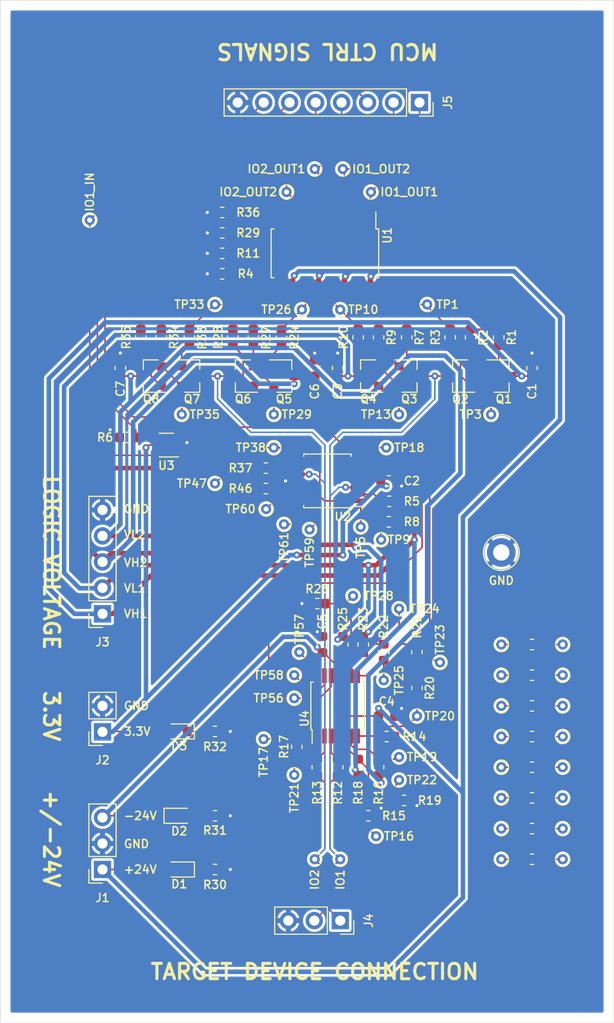
<source format=kicad_pcb>
(kicad_pcb (version 20171130) (host pcbnew 5.1.4)
  (title_block (title "LEVEL SHIFTER DEMO BOARD") (date 2019-11-07))
  (layers (0 F.Cu signal) (31 B.Cu signal) (35 F.Paste user) (37 F.SilkS user) (38 B.Mask user) (39 F.Mask user) (44 Edge.Cuts user))
  (net 0 "")
  (net 1 GND)
  (net 2 /VH1)
  (net 3 +3V3)
  (net 4 /VL1)
  (net 5 +24V)
  (net 6 -24V)
  (net 7 /VH2)
  (net 8 /VL2)
  (net 9 "Net-(D1-Pad1)")
  (net 10 "Net-(D3-Pad1)")
  (net 11 /IO-)
  (net 12 /IO+)
  (net 13 /IO1_OUT1)
  (net 14 /IO1_OUT2)
  (net 15 /IO1_IN)
  (net 16 /IO2_OUT1)
  (net 17 /IO2_OUT2)
  (net 18 /IO2_IN)
  (net 19 /DIFF_MODE)
  (net 20 "Net-(Q1-Pad2)")
  (net 21 "Net-(Q1-Pad1)")
  (net 22 "Net-(Q2-Pad1)")
  (net 23 "Net-(Q3-Pad2)")
  (net 24 "Net-(Q3-Pad1)")
  (net 25 "Net-(Q4-Pad1)")
  (net 26 "Net-(Q5-Pad2)")
  (net 27 "Net-(Q5-Pad1)")
  (net 28 "Net-(Q6-Pad1)")
  (net 29 "Net-(Q7-Pad1)")
  (net 30 "Net-(Q7-Pad2)")
  (net 31 "Net-(Q8-Pad1)")
  (net 32 "Net-(R1-Pad2)")
  (net 33 "Net-(R4-Pad1)")
  (net 34 "Net-(R5-Pad2)")
  (net 35 "Net-(R10-Pad2)")
  (net 36 "Net-(R11-Pad1)")
  (net 37 "Net-(R12-Pad2)")
  (net 38 "Net-(R13-Pad2)")
  (net 39 "Net-(R14-Pad2)")
  (net 40 "Net-(R14-Pad1)")
  (net 41 "Net-(R17-Pad2)")
  (net 42 "Net-(R18-Pad2)")
  (net 43 "Net-(R20-Pad2)")
  (net 44 "Net-(R21-Pad2)")
  (net 45 "Net-(R22-Pad1)")
  (net 46 "Net-(R24-Pad2)")
  (net 47 "Net-(R25-Pad2)")
  (net 48 "Net-(R29-Pad1)")
  (net 49 "Net-(R33-Pad2)")
  (net 50 "Net-(R36-Pad1)")
  (net 51 "Net-(R37-Pad2)")
  (net 52 "Net-(R38-Pad1)")
  (net 53 "Net-(R38-Pad2)")
  (net 54 "Net-(R39-Pad2)")
  (net 55 "Net-(R39-Pad1)")
  (net 56 "Net-(R40-Pad2)")
  (net 57 "Net-(R40-Pad1)")
  (net 58 "Net-(R41-Pad1)")
  (net 59 "Net-(R41-Pad2)")
  (net 60 "Net-(R42-Pad1)")
  (net 61 "Net-(R42-Pad2)")
  (net 62 "Net-(R43-Pad2)")
  (net 63 "Net-(R43-Pad1)")
  (net 64 "Net-(R44-Pad2)")
  (net 65 "Net-(R44-Pad1)")
  (net 66 "Net-(R45-Pad1)")
  (net 67 "Net-(R45-Pad2)")
  (net 68 "Net-(TP5-Pad1)")
  (net 69 "Net-(TP18-Pad1)")
  (net 70 "Net-(TP56-Pad1)")
  (net 71 "Net-(TP57-Pad1)")
  (net 72 "Net-(TP58-Pad1)")
  (net 73 "Net-(TP59-Pad1)")
  (net 74 "Net-(TP60-Pad1)")
  (net 75 "Net-(TP61-Pad1)")
  (net 76 "Net-(D2-Pad2)")
  (module io_master:OSHW-Logo_5.7x6mm_Mask (layer F.Cu) (at 248 123 90)
    (fp_text reference REF** hide)
    (fp_text value OSHW-Logo_5.7x6mm_Mask hide)
  )
  (module Symbol:OSHW-Logo_5.7x6mm_Copper (layer F.Cu) (at 248 123 90)
    (fp_text reference REF** hide)
    (fp_text value OSHW-Logo_5.7x6mm_Copper hide)
    (fp_poly (pts (xy 0.376964 -2.709982) (xy 0.433812 -2.40843) (xy 0.853338 -2.235488) (xy 1.104984 -2.406605) (xy 1.175458 -2.45425) (xy 1.239163 -2.49679) (xy 1.293126 -2.532285) (xy 1.334373 -2.55879) (xy 1.359934 -2.574364) (xy 1.366895 -2.577722) (xy 1.379435 -2.569086) (xy 1.406231 -2.545208) (xy 1.44428 -2.509141) (xy 1.490579 -2.463933) (xy 1.542123 -2.412636) (xy 1.595909 -2.358299) (xy 1.648935 -2.303972) (xy 1.698195 -2.252705) (xy 1.740687 -2.207549) (xy 1.773407 -2.171554) (xy 1.793351 -2.14777) (xy 1.798119 -2.13981) (xy 1.791257 -2.125135) (xy 1.77202 -2.092986) (xy 1.74243 -2.046508) (xy 1.70451 -1.988844) (xy 1.660282 -1.92314) (xy 1.634654 -1.885664) (xy 1.587941 -1.817232) (xy 1.546432 -1.75548) (xy 1.51214 -1.703481) (xy 1.48708 -1.664308) (xy 1.473264 -1.641035) (xy 1.471188 -1.636145) (xy 1.475895 -1.622245) (xy 1.488723 -1.58985) (xy 1.507738 -1.543515) (xy 1.531003 -1.487794) (xy 1.556584 -1.427242) (xy 1.582545 -1.366414) (xy 1.60695 -1.309864) (xy 1.627863 -1.262148) (xy 1.643349 -1.227819) (xy 1.651472 -1.211432) (xy 1.651952 -1.210788) (xy 1.664707 -1.207659) (xy 1.698677 -1.200679) (xy 1.75034 -1.190533) (xy 1.816176 -1.177908) (xy 1.892664 -1.163491) (xy 1.93729 -1.155177) (xy 2.019021 -1.139616) (xy 2.092843 -1.124808) (xy 2.155021 -1.111564) (xy 2.201822 -1.100695) (xy 2.229509 -1.093011) (xy 2.235074 -1.090573) (xy 2.240526 -1.07407) (xy 2.244924 -1.0368) (xy 2.248272 -0.98312) (xy 2.250574 -0.917388) (xy 2.251832 -0.843963) (xy 2.252048 -0.767204) (xy 2.251227 -0.691468) (xy 2.249371 -0.621114) (xy 2.246482 -0.5605) (xy 2.242565 -0.513984) (xy 2.237622 -0.485925) (xy 2.234657 -0.480084) (xy 2.216934 -0.473083) (xy 2.179381 -0.463073) (xy 2.126964 -0.451231) (xy 2.064652 -0.438733) (xy 2.0429 -0.43469) (xy 1.938024 -0.41548) (xy 1.85518 -0.400009) (xy 1.79163 -0.387663) (xy 1.744637 -0.377827) (xy 1.711463 -0.369886) (xy 1.689371 -0.363224) (xy 1.675624 -0.357227) (xy 1.667484 -0.351281) (xy 1.666345 -0.350106) (xy 1.654977 -0.331174) (xy 1.637635 -0.294331) (xy 1.61605 -0.244087) (xy 1.591954 -0.184954) (xy 1.567079 -0.121444) (xy 1.543157 -0.058068) (xy 1.521919 0.000662) (xy 1.505097 0.050235) (xy 1.494422 0.086139) (xy 1.491627 0.103862) (xy 1.49186 0.104483) (xy 1.501331 0.11897) (xy 1.522818 0.150844) (xy 1.554063 0.196789) (xy 1.592807 0.253485) (xy 1.636793 0.317617) (xy 1.649319 0.335842) (xy 1.693984 0.401914) (xy 1.733288 0.4622) (xy 1.765088 0.513235) (xy 1.787245 0.55156) (xy 1.797617 0.573711) (xy 1.798119 0.576432) (xy 1.789405 0.590736) (xy 1.765325 0.619072) (xy 1.728976 0.658396) (xy 1.683453 0.705661) (xy 1.631852 0.757823) (xy 1.577267 0.811835) (xy 1.522794 0.864653) (xy 1.471529 0.913231) (xy 1.426567 0.954523) (xy 1.391004 0.985485) (xy 1.367935 1.00307) (xy 1.361554 1.005941) (xy 1.346699 0.999178) (xy 1.316286 0.980939) (xy 1.275268 0.954297) (xy 1.243709 0.932852) (xy 1.186525 0.893503) (xy 1.118806 0.847171) (xy 1.05088 0.800913) (xy 1.014361 0.776155) (xy 0.890752 0.692547) (xy 0.786991 0.74865) (xy 0.73972 0.773228) (xy 0.699523 0.792331) (xy 0.672326 0.803227) (xy 0.665402 0.804743) (xy 0.657077 0.793549) (xy 0.640654 0.761917) (xy 0.617357 0.712765) (xy 0.588414 0.64901) (xy 0.55505 0.573571) (xy 0.518491 0.489364) (xy 0.479964 0.399308) (xy 0.440694 0.306321) (xy 0.401908 0.21332) (xy 0.36483 0.123223) (xy 0.330689 0.038948) (xy 0.300708 -0.036587) (xy 0.276116 -0.100466) (xy 0.258136 -0.149769) (xy 0.247997 -0.181579) (xy 0.246366 -0.192504) (xy 0.259291 -0.206439) (xy 0.287589 -0.22906) (xy 0.325346 -0.255667) (xy 0.328515 -0.257772) (xy 0.4261 -0.335886) (xy 0.504786 -0.427018) (xy 0.563891 -0.528255) (xy 0.602732 -0.636682) (xy 0.620628 -0.749386) (xy 0.616897 -0.863452) (xy 0.590857 -0.975966) (xy 0.541825 -1.084015) (xy 0.5274 -1.107655) (xy 0.452369 -1.203113) (xy 0.36373 -1.279768) (xy 0.264549 -1.33722) (xy 0.157895 -1.375071) (xy 0.046836 -1.392922) (xy -0.065561 -1.390375) (xy -0.176227 -1.36703) (xy -0.282094 -1.32249) (xy -0.380095 -1.256355) (xy -0.41041 -1.229513) (xy -0.487562 -1.145488) (xy -0.543782 -1.057034) (xy -0.582347 -0.957885) (xy -0.603826 -0.859697) (xy -0.609128 -0.749303) (xy -0.591448 -0.63836) (xy -0.552581 -0.530619) (xy -0.494323 -0.429831) (xy -0.418469 -0.339744) (xy -0.326817 -0.264108) (xy -0.314772 -0.256136) (xy -0.276611 -0.230026) (xy -0.247601 -0.207405) (xy -0.233732 -0.192961) (xy -0.233531 -0.192504) (xy -0.236508 -0.176879) (xy -0.248311 -0.141418) (xy -0.267714 -0.089038) (xy -0.293488 -0.022655) (xy -0.324409 0.054814) (xy -0.359249 0.14045) (xy -0.396783 0.231337) (xy -0.435783 0.324559) (xy -0.475023 0.417197) (xy -0.513276 0.506335) (xy -0.549317 0.589055) (xy -0.581917 0.662441) (xy -0.609852 0.723575) (xy -0.631895 0.769541) (xy -0.646818 0.797421) (xy -0.652828 0.804743) (xy -0.671191 0.799041) (xy -0.705552 0.783749) (xy -0.749984 0.761599) (xy -0.774417 0.74865) (xy -0.878178 0.692547) (xy -1.001787 0.776155) (xy -1.064886 0.818987) (xy -1.13397 0.866122) (xy -1.198707 0.910503) (xy -1.231134 0.932852) (xy -1.276741 0.963477) (xy -1.31536 0.987747) (xy -1.341952 1.002587) (xy -1.35059 1.005724) (xy -1.363161 0.997261) (xy -1.390984 0.973636) (xy -1.431361 0.937302) (xy -1.481595 0.890711) (xy -1.538988 0.836317) (xy -1.575286 0.801392) (xy -1.63879 0.738996) (xy -1.693673 0.683188) (xy -1.737714 0.636354) (xy -1.768695 0.600882) (xy -1.784398 0.579161) (xy -1.785905 0.574752) (xy -1.778914 0.557985) (xy -1.759594 0.524082) (xy -1.730091 0.476476) (xy -1.692545 0.418599) (xy -1.6491 0.353884) (xy -1.636745 0.335842) (xy -1.591727 0.270267) (xy -1.55134 0.211228) (xy -1.51784 0.162042) (xy -1.493486 0.126028) (xy -1.480536 0.106502) (xy -1.479285 0.104483) (xy -1.481156 0.088922) (xy -1.491087 0.054709) (xy -1.507347 0.006355) (xy -1.528205 -0.051629) (xy -1.551927 -0.11473) (xy -1.576784 -0.178437) (xy -1.601042 -0.238239) (xy -1.622971 -0.289624) (xy -1.640838 -0.328081) (xy -1.652913 -0.349098) (xy -1.653771 -0.350106) (xy -1.661154 -0.356112) (xy -1.673625 -0.362052) (xy -1.69392 -0.36854) (xy -1.724778 -0.376191) (xy -1.768934 -0.38562) (xy -1.829126 -0.397441) (xy -1.908093 -0.412271) (xy -2.00857 -0.430723) (xy -2.030325 -0.43469) (xy -2.094802 -0.447147) (xy -2.151011 -0.459334) (xy -2.193987 -0.470074) (xy -2.21876 -0.478191) (xy -2.222082 -0.480084) (xy -2.227556 -0.496862) (xy -2.232006 -0.534355) (xy -2.235428 -0.588206) (xy -2.237819 -0.654056) (xy -2.239177 -0.727547) (xy -2.239499 -0.80432) (xy -2.238781 -0.880017) (xy -2.237021 -0.95028) (xy -2.234216 -1.01075) (xy -2.230362 -1.05707) (xy -2.225457 -1.084881) (xy -2.2225 -1.090573) (xy -2.206037 -1.096314) (xy -2.168551 -1.105655) (xy -2.113775 -1.117785) (xy -2.045445 -1.131893) (xy -1.967294 -1.14717) (xy -1.924716 -1.155177) (xy -1.843929 -1.170279) (xy -1.771887 -1.18396) (xy -1.712111 -1.195533) (xy -1.668121 -1.204313) (xy -1.643439 -1.209613) (xy -1.639377 -1.210788) (xy -1.632511 -1.224035) (xy -1.617998 -1.255943) (xy -1.597771 -1.301953) (xy -1.573766 -1.357508) (xy -1.547918 -1.418047) (xy -1.52216 -1.479014) (xy -1.498427 -1.535849) (xy -1.478654 -1.583994) (xy -1.464776 -1.61889) (xy -1.458726 -1.635979) (xy -1.458614 -1.636726) (xy -1.465472 -1.650207) (xy -1.484698 -1.68123) (xy -1.514272 -1.726711) (xy -1.552173 -1.783568) (xy -1.59638 -1.848717) (xy -1.622079 -1.886138) (xy -1.668907 -1.954753) (xy -1.710499 -2.017048) (xy -1.744825 -2.069871) (xy -1.769857 -2.110073) (xy -1.783565 -2.1345) (xy -1.785544 -2.139976) (xy -1.777034 -2.152722) (xy -1.753507 -2.179937) (xy -1.717968 -2.218572) (xy -1.673423 -2.265577) (xy -1.622877 -2.317905) (xy -1.569336 -2.372505) (xy -1.515805 -2.42633) (xy -1.465289 -2.47633) (xy -1.420794 -2.519457) (xy -1.385325 -2.552661) (xy -1.361887 -2.572894) (xy -1.354046 -2.577722) (xy -1.34128 -2.570933) (xy -1.310744 -2.551858) (xy -1.26541 -2.522439) (xy -1.208244 -2.484619) (xy -1.142216 -2.440339) (xy -1.09241 -2.406605) (xy -0.840764 -2.235488) (xy -0.631001 -2.321959) (xy -0.421237 -2.40843) (xy -0.364389 -2.709982) (xy -0.30754 -3.011534) (xy 0.320115 -3.011534) (xy 0.376964 -2.709982)) (layer F.Cu) (width 0.01))
    (fp_poly (pts (xy 1.79946 1.45803) (xy 1.842711 1.471245) (xy 1.870558 1.487941) (xy 1.879629 1.501145) (xy 1.877132 1.516797) (xy 1.860931 1.541385) (xy 1.847232 1.5588) (xy 1.818992 1.590283) (xy 1.797775 1.603529) (xy 1.779688 1.602664) (xy 1.726035 1.58901) (xy 1.68663 1.58963) (xy 1.654632 1.605104) (xy 1.64389 1.614161) (xy 1.609505 1.646027) (xy 1.609505 2.062179) (xy 1.471188 2.062179) (xy 1.471188 1.458614) (xy 1.540347 1.458614) (xy 1.581869 1.460256) (xy 1.603291 1.466087) (xy 1.609502 1.477461) (xy 1.609505 1.477798) (xy 1.612439 1.489713) (xy 1.625704 1.488159) (xy 1.644084 1.479563) (xy 1.682046 1.463568) (xy 1.712872 1.453945) (xy 1.752536 1.451478) (xy 1.79946 1.45803)) (layer F.Cu) (width 0.01))
    (fp_poly (pts (xy -0.754012 1.469002) (xy -0.722717 1.48395) (xy -0.692409 1.505541) (xy -0.669318 1.530391) (xy -0.6525 1.562087) (xy -0.641006 1.604214) (xy -0.633891 1.660358) (xy -0.630207 1.734106) (xy -0.629008 1.829044) (xy -0.628989 1.838985) (xy -0.628713 2.062179) (xy -0.76703 2.062179) (xy -0.76703 1.856418) (xy -0.767128 1.780189) (xy -0.767809 1.724939) (xy -0.769651 1.686501) (xy -0.773233 1.660706) (xy -0.779132 1.643384) (xy -0.787927 1.630368) (xy -0.80018 1.617507) (xy -0.843047 1.589873) (xy -0.889843 1.584745) (xy -0.934424 1.602217) (xy -0.949928 1.615221) (xy -0.96131 1.627447) (xy -0.969481 1.64054) (xy -0.974974 1.658615) (xy -0.97832 1.685787) (xy -0.980051 1.72617) (xy -0.980697 1.783879) (xy -0.980792 1.854132) (xy -0.980792 2.062179) (xy -1.119109 2.062179) (xy -1.119109 1.458614) (xy -1.04995 1.458614) (xy -1.008428 1.460256) (xy -0.987006 1.466087) (xy -0.980795 1.477461) (xy -0.980792 1.477798) (xy -0.97791 1.488938) (xy -0.965199 1.487674) (xy -0.939926 1.475434) (xy -0.882605 1.457424) (xy -0.817037 1.455421) (xy -0.754012 1.469002)) (layer F.Cu) (width 0.01))
    (fp_poly (pts (xy 2.677898 1.456457) (xy 2.710096 1.464279) (xy 2.771825 1.492921) (xy 2.82461 1.536667) (xy 2.861141 1.589117) (xy 2.86616 1.600893) (xy 2.873045 1.63174) (xy 2.877864 1.677371) (xy 2.879505 1.723492) (xy 2.879505 1.810693) (xy 2.697178 1.810693) (xy 2.621979 1.810978) (xy 2.569003 1.812704) (xy 2.535325 1.817181) (xy 2.51802 1.82572) (xy 2.514163 1.83963) (xy 2.520829 1.860222) (xy 2.53277 1.884315) (xy 2.56608 1.924525) (xy 2.612368 1.944558) (xy 2.668944 1.943905) (xy 2.733031 1.922101) (xy 2.788417 1.895193) (xy 2.834375 1.931532) (xy 2.880333 1.967872) (xy 2.837096 2.007819) (xy 2.779374 2.045563) (xy 2.708386 2.06832) (xy 2.632029 2.074688) (xy 2.558199 2.063268) (xy 2.546287 2.059393) (xy 2.481399 2.025506) (xy 2.43313 1.974986) (xy 2.400465 1.906325) (xy 2.382385 1.818014) (xy 2.382175 1.816121) (xy 2.380556 1.719878) (xy 2.3871 1.685542) (xy 2.514852 1.685542) (xy 2.526584 1.690822) (xy 2.558438 1.694867) (xy 2.605397 1.697176) (xy 2.635154 1.697525) (xy 2.690648 1.697306) (xy 2.725346 1.695916) (xy 2.743601 1.692251) (xy 2.749766 1.68521) (xy 2.748195 1.67369) (xy 2.746878 1.669233) (xy 2.724382 1.627355) (xy 2.689003 1.593604) (xy 2.65778 1.578773) (xy 2.616301 1.579668) (xy 2.574269 1.598164) (xy 2.539012 1.628786) (xy 2.517854 1.666062) (xy 2.514852 1.685542) (xy 2.3871 1.685542) (xy 2.39669 1.635229) (xy 2.428698 1.564191) (xy 2.474701 1.508779) (xy 2.532821 1.471009) (xy 2.60118 1.452896) (xy 2.677898 1.456457)) (layer F.Cu) (width 0.01))
    (fp_poly (pts (xy 2.217226 1.46388) (xy 2.29008 1.49483) (xy 2.313027 1.509895) (xy 2.342354 1.533048) (xy 2.360764 1.551253) (xy 2.363961 1.557183) (xy 2.354935 1.57034) (xy 2.331837 1.592667) (xy 2.313344 1.60825) (xy 2.262728 1.648926) (xy 2.22276 1.615295) (xy 2.191874 1.593584) (xy 2.161759 1.58609) (xy 2.127292 1.58792) (xy 2.072561 1.601528) (xy 2.034886 1.629772) (xy 2.011991 1.675433) (xy 2.001597 1.741289) (xy 2.001595 1.741331) (xy 2.002494 1.814939) (xy 2.016463 1.868946) (xy 2.044328 1.905716) (xy 2.063325 1.918168) (xy 2.113776 1.933673) (xy 2.167663 1.933683) (xy 2.214546 1.918638) (xy 2.225644 1.911287) (xy 2.253476 1.892511) (xy 2.275236 1.889434) (xy 2.298704 1.903409) (xy 2.324649 1.92851) (xy 2.365716 1.97088) (xy 2.320121 2.008464) (xy 2.249674 2.050882) (xy 2.170233 2.071785) (xy 2.087215 2.070272) (xy 2.032694 2.056411) (xy 1.96897 2.022135) (xy 1.918005 1.968212) (xy 1.894851 1.930149) (xy 1.876099 1.875536) (xy 1.866715 1.806369) (xy 1.866643 1.731407) (xy 1.875824 1.659409) (xy 1.894199 1.599137) (xy 1.897093 1.592958) (xy 1.939952 1.532351) (xy 1.997979 1.488224) (xy 2.066591 1.461493) (xy 2.141201 1.453073) (xy 2.217226 1.46388)) (layer F.Cu) (width 0.01))
    (fp_poly (pts (xy 0.993367 1.654342) (xy 0.994555 1.746563) (xy 0.998897 1.81661) (xy 1.007558 1.867381) (xy 1.021704 1.901772) (xy 1.0425 1.922679) (xy 1.07111 1.933) (xy 1.106535 1.935636) (xy 1.143636 1.932682) (xy 1.171818 1.921889) (xy 1.192243 1.90036) (xy 1.206079 1.865199) (xy 1.214491 1.81351) (xy 1.218643 1.742394) (xy 1.219703 1.654342) (xy 1.219703 1.458614) (xy 1.35802 1.458614) (xy 1.35802 2.062179) (xy 1.288862 2.062179) (xy 1.24717 2.060489) (xy 1.225701 2.054556) (xy 1.219703 2.043293) (xy 1.216091 2.033261) (xy 1.201714 2.035383) (xy 1.172736 2.04958) (xy 1.106319 2.07148) (xy 1.035875 2.069928) (xy 0.968377 2.046147) (xy 0.936233 2.027362) (xy 0.911715 2.007022) (xy 0.893804 1.981573) (xy 0.881479 1.947458) (xy 0.873723 1.901121) (xy 0.869516 1.839007) (xy 0.86784 1.757561) (xy 0.867624 1.694578) (xy 0.867624 1.458614) (xy 0.993367 1.458614) (xy 0.993367 1.654342)) (layer F.Cu) (width 0.01))
    (fp_poly (pts (xy 0.610762 1.466055) (xy 0.674363 1.500692) (xy 0.724123 1.555372) (xy 0.747568 1.599842) (xy 0.757634 1.639121) (xy 0.764156 1.695116) (xy 0.766951 1.759621) (xy 0.765836 1.824429) (xy 0.760626 1.881334) (xy 0.754541 1.911727) (xy 0.734014 1.953306) (xy 0.698463 1.997468) (xy 0.655619 2.036087) (xy 0.613211 2.061034) (xy 0.612177 2.06143) (xy 0.559553 2.072331) (xy 0.497188 2.072601) (xy 0.437924 2.062676) (xy 0.41504 2.054722) (xy 0.356102 2.0213) (xy 0.31389 1.977511) (xy 0.286156 1.919538) (xy 0.270651 1.843565) (xy 0.267143 1.803771) (xy 0.26759 1.753766) (xy 0.402376 1.753766) (xy 0.406917 1.826732) (xy 0.419986 1.882334) (xy 0.440756 1.917861) (xy 0.455552 1.92802) (xy 0.493464 1.935104) (xy 0.538527 1.933007) (xy 0.577487 1.922812) (xy 0.587704 1.917204) (xy 0.614659 1.884538) (xy 0.632451 1.834545) (xy 0.640024 1.773705) (xy 0.636325 1.708497) (xy 0.628057 1.669253) (xy 0.60432 1.623805) (xy 0.566849 1.595396) (xy 0.52172 1.585573) (xy 0.475011 1.595887) (xy 0.439132 1.621112) (xy 0.420277 1.641925) (xy 0.409272 1.662439) (xy 0.404026 1.690203) (xy 0.402449 1.732762) (xy 0.402376 1.753766) (xy 0.26759 1.753766) (xy 0.268094 1.69758) (xy 0.285388 1.610501) (xy 0.319029 1.54253) (xy 0.369018 1.493664) (xy 0.435356 1.463899) (xy 0.449601 1.460448) (xy 0.53521 1.452345) (xy 0.610762 1.466055)) (layer F.Cu) (width 0.01))
    (fp_poly (pts (xy 0.014017 1.456452) (xy 0.061634 1.465482) (xy 0.111034 1.48437) (xy 0.116312 1.486777) (xy 0.153774 1.506476) (xy 0.179717 1.524781) (xy 0.188103 1.536508) (xy 0.180117 1.555632) (xy 0.16072 1.58385) (xy 0.15211 1.594384) (xy 0.116628 1.635847) (xy 0.070885 1.608858) (xy 0.02735 1.590878) (xy -0.02295 1.581267) (xy -0.071188 1.58066) (xy -0.108533 1.589691) (xy -0.117495 1.595327) (xy -0.134563 1.621171) (xy -0.136637 1.650941) (xy -0.123866 1.674197) (xy -0.116312 1.678708) (xy -0.093675 1.684309) (xy -0.053885 1.690892) (xy -0.004834 1.697183) (xy 0.004215 1.69817) (xy 0.082996 1.711798) (xy 0.140136 1.734946) (xy 0.17803 1.769752) (xy 0.199079 1.818354) (xy 0.205635 1.877718) (xy 0.196577 1.945198) (xy 0.167164 1.998188) (xy 0.117278 2.036783) (xy 0.0468 2.061081) (xy -0.031435 2.070667) (xy -0.095234 2.070552) (xy -0.146984 2.061845) (xy -0.182327 2.049825) (xy -0.226983 2.02888) (xy -0.268253 2.004574) (xy -0.282921 1.993876) (xy -0.320643 1.963084) (xy -0.275148 1.917049) (xy -0.229653 1.871013) (xy -0.177928 1.905243) (xy -0.126048 1.930952) (xy -0.070649 1.944399) (xy -0.017395 1.945818) (xy 0.028049 1.935443) (xy 0.060016 1.913507) (xy 0.070338 1.894998) (xy 0.068789 1.865314) (xy 0.04314 1.842615) (xy -0.00654 1.82694) (xy -0.060969 1.819695) (xy -0.144736 1.805873) (xy -0.206967 1.779796) (xy -0.248493 1.740699) (xy -0.270147 1.68782) (xy -0.273147 1.625126) (xy -0.258329 1.559642) (xy -0.224546 1.510144) (xy -0.171495 1.476408) (xy -0.098874 1.458207) (xy -0.045072 1.454639) (xy 0.014017 1.456452)) (layer F.Cu) (width 0.01))
    (fp_poly (pts (xy -1.356699 1.472614) (xy -1.344168 1.478514) (xy -1.300799 1.510283) (xy -1.25979 1.556646) (xy -1.229168 1.607696) (xy -1.220459 1.631166) (xy -1.212512 1.673091) (xy -1.207774 1.723757) (xy -1.207199 1.744679) (xy -1.207129 1.810693) (xy -1.587083 1.810693) (xy -1.578983 1.845273) (xy -1.559104 1.88617) (xy -1.524347 1.921514) (xy -1.482998 1.944282) (xy -1.456649 1.94901) (xy -1.420916 1.943273) (xy -1.378282 1.928882) (xy -1.363799 1.922262) (xy -1.31024 1.895513) (xy -1.264533 1.930376) (xy -1.238158 1.953955) (xy -1.224124 1.973417) (xy -1.223414 1.979129) (xy -1.235951 1.992973) (xy -1.263428 2.014012) (xy -1.288366 2.030425) (xy -1.355664 2.05993) (xy -1.43111 2.073284) (xy -1.505888 2.069812) (xy -1.565495 2.051663) (xy -1.626941 2.012784) (xy -1.670608 1.961595) (xy -1.697926 1.895367) (xy -1.710322 1.811371) (xy -1.711421 1.772936) (xy -1.707022 1.684861) (xy -1.706482 1.682299) (xy -1.580582 1.682299) (xy -1.577115 1.690558) (xy -1.562863 1.695113) (xy -1.53347 1.697065) (xy -1.484575 1.697517) (xy -1.465748 1.697525) (xy -1.408467 1.696843) (xy -1.372141 1.694364) (xy -1.352604 1.689443) (xy -1.34569 1.681434) (xy -1.345445 1.678862) (xy -1.353336 1.658423) (xy -1.373085 1.629789) (xy -1.381575 1.619763) (xy -1.413094 1.591408) (xy -1.445949 1.580259) (xy -1.463651 1.579327) (xy -1.511539 1.590981) (xy -1.551699 1.622285) (xy -1.577173 1.667752) (xy -1.577625 1.669233) (xy -1.580582 1.682299) (xy -1.706482 1.682299) (xy -1.692392 1.61551) (xy -1.666038 1.560025) (xy -1.633807 1.520639) (xy -1.574217 1.477931) (xy -1.504168 1.455109) (xy -1.429661 1.453046) (xy -1.356699 1.472614)) (layer F.Cu) (width 0.01))
    (fp_poly (pts (xy -2.538261 1.465148) (xy -2.472479 1.494231) (xy -2.42254 1.542793) (xy -2.388374 1.610908) (xy -2.369907 1.698651) (xy -2.368583 1.712351) (xy -2.367546 1.808939) (xy -2.380993 1.893602) (xy -2.408108 1.962221) (xy -2.422627 1.984294) (xy -2.473201 2.031011) (xy -2.537609 2.061268) (xy -2.609666 2.073824) (xy -2.683185 2.067439) (xy -2.739072 2.047772) (xy -2.787132 2.014629) (xy -2.826412 1.971175) (xy -2.827092 1.970158) (xy -2.843044 1.943338) (xy -2.85341 1.916368) (xy -2.859688 1.882332) (xy -2.863373 1.83431) (xy -2.864997 1.794931) (xy -2.865672 1.759219) (xy -2.739955 1.759219) (xy -2.738726 1.79477) (xy -2.734266 1.842094) (xy -2.726397 1.872465) (xy -2.712207 1.894072) (xy -2.698917 1.906694) (xy -2.651802 1.933122) (xy -2.602505 1.936653) (xy -2.556593 1.917639) (xy -2.533638 1.896331) (xy -2.517096 1.874859) (xy -2.507421 1.854313) (xy -2.503174 1.827574) (xy -2.50292 1.787523) (xy -2.504228 1.750638) (xy -2.507043 1.697947) (xy -2.511505 1.663772) (xy -2.519548 1.64148) (xy -2.533103 1.624442) (xy -2.543845 1.614703) (xy -2.588777 1.589123) (xy -2.637249 1.587847) (xy -2.677894 1.602999) (xy -2.712567 1.634642) (xy -2.733224 1.68662) (xy -2.739955 1.759219) (xy -2.865672 1.759219) (xy -2.866479 1.716621) (xy -2.863948 1.658056) (xy -2.856362 1.614007) (xy -2.842681 1.579248) (xy -2.821865 1.548551) (xy -2.814147 1.539436) (xy -2.765889 1.494021) (xy -2.714128 1.467493) (xy -2.650828 1.456379) (xy -2.619961 1.455471) (xy -2.538261 1.465148)) (layer F.Cu) (width 0.01))
    (fp_poly (pts (xy 2.032581 2.40497) (xy 2.092685 2.420597) (xy 2.143021 2.452848) (xy 2.167393 2.47694) (xy 2.207345 2.533895) (xy 2.230242 2.599965) (xy 2.238108 2.681182) (xy 2.238148 2.687748) (xy 2.238218 2.753763) (xy 1.858264 2.753763) (xy 1.866363 2.788342) (xy 1.880987 2.819659) (xy 1.906581 2.852291) (xy 1.911935 2.8575) (xy 1.957943 2.885694) (xy 2.01041 2.890475) (xy 2.070803 2.871926) (xy 2.08104 2.866931) (xy 2.112439 2.851745) (xy 2.13347 2.843094) (xy 2.137139 2.842293) (xy 2.149948 2.850063) (xy 2.174378 2.869072) (xy 2.186779 2.87946) (xy 2.212476 2.903321) (xy 2.220915 2.919077) (xy 2.215058 2.933571) (xy 2.211928 2.937534) (xy 2.190725 2.954879) (xy 2.155738 2.975959) (xy 2.131337 2.988265) (xy 2.062072 3.009946) (xy 1.985388 3.016971) (xy 1.912765 3.008647) (xy 1.892426 3.002686) (xy 1.829476 2.968952) (xy 1.782815 2.917045) (xy 1.752173 2.846459) (xy 1.737282 2.756692) (xy 1.735647 2.709753) (xy 1.740421 2.641413) (xy 1.86099 2.641413) (xy 1.872652 2.646465) (xy 1.903998 2.650429) (xy 1.949571 2.652768) (xy 1.980446 2.653169) (xy 2.035981 2.652783) (xy 2.071033 2.650975) (xy 2.090262 2.646773) (xy 2.09833 2.639203) (xy 2.099901 2.628218) (xy 2.089121 2.594381) (xy 2.06198 2.56094) (xy 2.026277 2.535272) (xy 1.99056 2.524772) (xy 1.942048 2.534086) (xy 1.900053 2.561013) (xy 1.870936 2.599827) (xy 1.86099 2.641413) (xy 1.740421 2.641413) (xy 1.742599 2.610236) (xy 1.764055 2.530949) (xy 1.80047 2.471263) (xy 1.852297 2.430549) (xy 1.91999 2.408179) (xy 1.956662 2.403871) (xy 2.032581 2.40497)) (layer F.Cu) (width 0.01))
    (fp_poly (pts (xy 1.635255 2.401486) (xy 1.683595 2.411015) (xy 1.711114 2.425125) (xy 1.740064 2.448568) (xy 1.698876 2.500571) (xy 1.673482 2.532064) (xy 1.656238 2.547428) (xy 1.639102 2.549776) (xy 1.614027 2.542217) (xy 1.602257 2.537941) (xy 1.55427 2.531631) (xy 1.510324 2.545156) (xy 1.47806 2.57571) (xy 1.472819 2.585452) (xy 1.467112 2.611258) (xy 1.462706 2.658817) (xy 1.459811 2.724758) (xy 1.458631 2.80571) (xy 1.458614 2.817226) (xy 1.458614 3.017822) (xy 1.320297 3.017822) (xy 1.320297 2.401683) (xy 1.389456 2.401683) (xy 1.429333 2.402725) (xy 1.450107 2.407358) (xy 1.457789 2.417849) (xy 1.458614 2.427745) (xy 1.458614 2.453806) (xy 1.491745 2.427745) (xy 1.529735 2.409965) (xy 1.58077 2.401174) (xy 1.635255 2.401486)) (layer F.Cu) (width 0.01))
    (fp_poly (pts (xy 1.038411 2.405417) (xy 1.091411 2.41829) (xy 1.106731 2.42511) (xy 1.136428 2.442974) (xy 1.15922 2.463093) (xy 1.176083 2.488962) (xy 1.187998 2.524073) (xy 1.195942 2.57192) (xy 1.200894 2.635996) (xy 1.203831 2.719794) (xy 1.204947 2.775768) (xy 1.209052 3.017822) (xy 1.138932 3.017822) (xy 1.096393 3.016038) (xy 1.074476 3.009942) (xy 1.068812 2.999706) (xy 1.065821 2.988637) (xy 1.052451 2.990754) (xy 1.034233 2.999629) (xy 0.988624 3.013233) (xy 0.930007 3.016899) (xy 0.868354 3.010903) (xy 0.813638 2.995521) (xy 0.80873 2.993386) (xy 0.758723 2.958255) (xy 0.725756 2.909419) (xy 0.710587 2.852333) (xy 0.711746 2.831824) (xy 0.835508 2.831824) (xy 0.846413 2.859425) (xy 0.878745 2.879204) (xy 0.93091 2.889819) (xy 0.958787 2.891228) (xy 1.005247 2.88762) (xy 1.036129 2.873597) (xy 1.043664 2.866931) (xy 1.064076 2.830666) (xy 1.068812 2.797773) (xy 1.068812 2.753763) (xy 1.007513 2.753763) (xy 0.936256 2.757395) (xy 0.886276 2.768818) (xy 0.854696 2.788824) (xy 0.847626 2.797743) (xy 0.835508 2.831824) (xy 0.711746 2.831824) (xy 0.713971 2.792456) (xy 0.736663 2.735244) (xy 0.767624 2.69658) (xy 0.786376 2.679864) (xy 0.804733 2.668878) (xy 0.828619 2.66218) (xy 0.863957 2.658326) (xy 0.916669 2.655873) (xy 0.937577 2.655168) (xy 1.068812 2.650879) (xy 1.06862 2.611158) (xy 1.063537 2.569405) (xy 1.045162 2.544158) (xy 1.008039 2.52803) (xy 1.007043 2.527742) (xy 0.95441 2.5214) (xy 0.902906 2.529684) (xy 0.86463 2.549827) (xy 0.849272 2.559773) (xy 0.83273 2.558397) (xy 0.807275 2.543987) (xy 0.792328 2.533817) (xy 0.763091 2.512088) (xy 0.74498 2.4958) (xy 0.742074 2.491137) (xy 0.75404 2.467005) (xy 0.789396 2.438185) (xy 0.804753 2.428461) (xy 0.848901 2.411714) (xy 0.908398 2.402227) (xy 0.974487 2.400095) (xy 1.038411 2.405417)) (layer F.Cu) (width 0.01))
    (fp_poly (pts (xy 0.281524 2.404237) (xy 0.331255 2.407971) (xy 0.461291 2.797773) (xy 0.481678 2.728614) (xy 0.493946 2.685874) (xy 0.510085 2.628115) (xy 0.527512 2.564625) (xy 0.536726 2.53057) (xy 0.571388 2.401683) (xy 0.714391 2.401683) (xy 0.671646 2.536857) (xy 0.650596 2.603342) (xy 0.625167 2.683539) (xy 0.59861 2.767193) (xy 0.574902 2.841782) (xy 0.520902 3.011535) (xy 0.462598 3.015328) (xy 0.404295 3.019122) (xy 0.372679 2.914734) (xy 0.353182 2.849889) (xy 0.331904 2.7784) (xy 0.313308 2.715263) (xy 0.312574 2.71275) (xy 0.298684 2.669969) (xy 0.286429 2.640779) (xy 0.277846 2.629741) (xy 0.276082 2.631018) (xy 0.269891 2.64813) (xy 0.258128 2.684787) (xy 0.242225 2.736378) (xy 0.223614 2.798294) (xy 0.213543 2.832352) (xy 0.159007 3.017822) (xy 0.043264 3.017822) (xy -0.049263 2.725471) (xy -0.075256 2.643462) (xy -0.098934 2.568987) (xy -0.11918 2.505544) (xy -0.134874 2.456632) (xy -0.144898 2.425749) (xy -0.147945 2.416726) (xy -0.145533 2.407487) (xy -0.126592 2.403441) (xy -0.087177 2.403846) (xy -0.081007 2.404152) (xy -0.007914 2.407971) (xy 0.039957 2.58401) (xy 0.057553 2.648211) (xy 0.073277 2.704649) (xy 0.085746 2.748422) (xy 0.093574 2.77463) (xy 0.09502 2.778903) (xy 0.101014 2.77399) (xy 0.113101 2.748532) (xy 0.129893 2.705997) (xy 0.150003 2.64985) (xy 0.167003 2.59913) (xy 0.231794 2.400504) (xy 0.281524 2.404237)) (layer F.Cu) (width 0.01))
    (fp_poly (pts (xy -0.201188 3.017822) (xy -0.270346 3.017822) (xy -0.310488 3.016645) (xy -0.331394 3.011772) (xy -0.338922 3.001186) (xy -0.339505 2.994029) (xy -0.340774 2.979676) (xy -0.348779 2.976923) (xy -0.369815 2.985771) (xy -0.386173 2.994029) (xy -0.448977 3.013597) (xy -0.517248 3.014729) (xy -0.572752 3.000135) (xy -0.624438 2.964877) (xy -0.663838 2.912835) (xy -0.685413 2.85145) (xy -0.685962 2.848018) (xy -0.689167 2.810571) (xy -0.690761 2.756813) (xy -0.690633 2.716155) (xy -0.553279 2.716155) (xy -0.550097 2.770194) (xy -0.542859 2.814735) (xy -0.53306 2.839888) (xy -0.495989 2.87426) (xy -0.451974 2.886582) (xy -0.406584 2.876618) (xy -0.367797 2.846895) (xy -0.353108 2.826905) (xy -0.344519 2.80305) (xy -0.340496 2.76823) (xy -0.339505 2.71593) (xy -0.341278 2.664139) (xy -0.345963 2.618634) (xy -0.352603 2.588181) (xy -0.35371 2.585452) (xy -0.380491 2.553) (xy -0.419579 2.535183) (xy -0.463315 2.532306) (xy -0.504038 2.544674) (xy -0.534087 2.572593) (xy -0.537204 2.578148) (xy -0.546961 2.612022) (xy -0.552277 2.660728) (xy -0.553279 2.716155) (xy -0.690633 2.716155) (xy -0.690568 2.69554) (xy -0.689664 2.662563) (xy -0.683514 2.580981) (xy -0.670733 2.51973) (xy -0.649471 2.474449) (xy -0.617878 2.440779) (xy -0.587207 2.421014) (xy -0.544354 2.40712) (xy -0.491056 2.402354) (xy -0.43648 2.406236) (xy -0.389792 2.418282) (xy -0.365124 2.432693) (xy -0.339505 2.455878) (xy -0.339505 2.162773) (xy -0.201188 2.162773) (xy -0.201188 3.017822)) (layer F.Cu) (width 0.01))
    (fp_poly (pts (xy -0.993356 2.40302) (xy -0.974539 2.40866) (xy -0.968473 2.421053) (xy -0.968218 2.426647) (xy -0.967129 2.44223) (xy -0.959632 2.444676) (xy -0.939381 2.433993) (xy -0.927351 2.426694) (xy -0.8894 2.411063) (xy -0.844072 2.403334) (xy -0.796544 2.40274) (xy -0.751995 2.408513) (xy -0.715602 2.419884) (xy -0.692543 2.436088) (xy -0.687996 2.456355) (xy -0.690291 2.461843) (xy -0.70702 2.484626) (xy -0.732963 2.512647) (xy -0.737655 2.517177) (xy -0.762383 2.538005) (xy -0.783718 2.544735) (xy -0.813555 2.540038) (xy -0.825508 2.536917) (xy -0.862705 2.529421) (xy -0.888859 2.532792) (xy -0.910946 2.544681) (xy -0.931178 2.560635) (xy -0.946079 2.5807) (xy -0.956434 2.608702) (xy -0.963029 2.648467) (xy -0.966649 2.703823) (xy -0.968078 2.778594) (xy -0.968218 2.82374) (xy -0.968218 3.017822) (xy -1.09396 3.017822) (xy -1.09396 2.401683) (xy -1.031089 2.401683) (xy -0.993356 2.40302)) (layer F.Cu) (width 0.01))
    (fp_poly (pts (xy -1.38421 2.406555) (xy -1.325055 2.422339) (xy -1.280023 2.450948) (xy -1.248246 2.488419) (xy -1.238366 2.504411) (xy -1.231073 2.521163) (xy -1.225974 2.542592) (xy -1.222679 2.572616) (xy -1.220797 2.615154) (xy -1.219937 2.674122) (xy -1.219707 2.75344) (xy -1.219703 2.774484) (xy -1.219703 3.017822) (xy -1.280059 3.017822) (xy -1.318557 3.015126) (xy -1.347023 3.008295) (xy -1.354155 3.004083) (xy -1.373652 2.996813) (xy -1.393566 3.004083) (xy -1.426353 3.01316) (xy -1.473978 3.016813) (xy -1.526764 3.015228) (xy -1.575036 3.008589) (xy -1.603218 3.000072) (xy -1.657753 2.965063) (xy -1.691835 2.916479) (xy -1.707157 2.851882) (xy -1.707299 2.850223) (xy -1.705955 2.821566) (xy -1.584356 2.821566) (xy -1.573726 2.854161) (xy -1.55641 2.872505) (xy -1.521652 2.886379) (xy -1.475773 2.891917) (xy -1.428988 2.889191) (xy -1.391514 2.878274) (xy -1.381015 2.871269) (xy -1.362668 2.838904) (xy -1.35802 2.802111) (xy -1.35802 2.753763) (xy -1.427582 2.753763) (xy -1.493667 2.75885) (xy -1.543764 2.773263) (xy -1.574929 2.795729) (xy -1.584356 2.821566) (xy -1.705955 2.821566) (xy -1.703987 2.779647) (xy -1.68071 2.723845) (xy -1.636948 2.681647) (xy -1.630899 2.677808) (xy -1.604907 2.665309) (xy -1.572735 2.65774) (xy -1.52776 2.654061) (xy -1.474331 2.653216) (xy -1.35802 2.653169) (xy -1.35802 2.604411) (xy -1.362953 2.566581) (xy -1.375543 2.541236) (xy -1.377017 2.539887) (xy -1.405034 2.5288) (xy -1.447326 2.524503) (xy -1.494064 2.526615) (xy -1.535418 2.534756) (xy -1.559957 2.546965) (xy -1.573253 2.556746) (xy -1.587294 2.558613) (xy -1.606671 2.5506) (xy -1.635976 2.530739) (xy -1.679803 2.497063) (xy -1.683825 2.493909) (xy -1.681764 2.482236) (xy -1.664568 2.462822) (xy -1.638433 2.441248) (xy -1.609552 2.423096) (xy -1.600478 2.418809) (xy -1.56738 2.410256) (xy -1.51888 2.404155) (xy -1.464695 2.401708) (xy -1.462161 2.401703) (xy -1.38421 2.406555)) (layer F.Cu) (width 0.01))
    (fp_poly (pts (xy -1.908759 1.469184) (xy -1.882247 1.482282) (xy -1.849553 1.505106) (xy -1.825725 1.529996) (xy -1.809406 1.561249) (xy -1.79924 1.603166) (xy -1.793872 1.660044) (xy -1.791944 1.736184) (xy -1.791831 1.768917) (xy -1.792161 1.840656) (xy -1.793527 1.891927) (xy -1.7965 1.927404) (xy -1.801649 1.951763) (xy -1.809543 1.96968) (xy -1.817757 1.981902) (xy -1.870187 2.033905) (xy -1.93193 2.065184) (xy -1.998536 2.074592) (xy -2.065558 2.06098) (xy -2.086792 2.051354) (xy -2.137624 2.024859) (xy -2.137624 2.440052) (xy -2.100525 2.420868) (xy -2.051643 2.406025) (xy -1.991561 2.402222) (xy -1.931564 2.409243) (xy -1.886256 2.425013) (xy -1.848675 2.455047) (xy -1.816564 2.498024) (xy -1.81415 2.502436) (xy -1.803967 2.523221) (xy -1.79653 2.54417) (xy -1.791411 2.569548) (xy -1.788181 2.603618) (xy -1.786413 2.650641) (xy -1.785677 2.714882) (xy -1.785544 2.787176) (xy -1.785544 3.017822) (xy -1.923861 3.017822) (xy -1.923861 2.592533) (xy -1.962549 2.559979) (xy -2.002738 2.53394) (xy -2.040797 2.529205) (xy -2.079066 2.541389) (xy -2.099462 2.55332) (xy -2.114642 2.570313) (xy -2.125438 2.595995) (xy -2.132683 2.633991) (xy -2.137208 2.687926) (xy -2.139844 2.761425) (xy -2.140772 2.810347) (xy -2.143911 3.011535) (xy -2.209926 3.015336) (xy -2.27594 3.019136) (xy -2.27594 1.77065) (xy -2.137624 1.77065) (xy -2.134097 1.840254) (xy -2.122215 1.888569) (xy -2.10002 1.918631) (xy -2.065559 1.933471) (xy -2.030742 1.936436) (xy -1.991329 1.933028) (xy -1.965171 1.919617) (xy -1.948814 1.901896) (xy -1.935937 1.882835) (xy -1.928272 1.861601) (xy -1.924861 1.831849) (xy -1.924749 1.787236) (xy -1.925897 1.74988) (xy -1.928532 1.693604) (xy -1.932456 1.656658) (xy -1.939063 1.633223) (xy -1.949749 1.61748) (xy -1.959833 1.60838) (xy -2.00197 1.588537) (xy -2.05184 1.585332) (xy -2.080476 1.592168) (xy -2.108828 1.616464) (xy -2.127609 1.663728) (xy -2.136712 1.733624) (xy -2.137624 1.77065) (xy -2.27594 1.77065) (xy -2.27594 1.458614) (xy -2.206782 1.458614) (xy -2.16526 1.460256) (xy -2.143838 1.466087) (xy -2.137626 1.477461) (xy -2.137624 1.477798) (xy -2.134742 1.488938) (xy -2.12203 1.487673) (xy -2.096757 1.475433) (xy -2.037869 1.456707) (xy -1.971615 1.454739) (xy -1.908759 1.469184)) (layer F.Cu) (width 0.01))
  )
  (module TestPoint:TestPoint_THTPad_D1.0mm_Drill0.5mm (layer F.Cu) (at 221 129.75)
    (fp_text reference TP33 (at -2.5 0) (layer F.SilkS) (effects (font (size 0.8 0.8))))
    (fp_text value TestPoint)
    (pad 1 thru_hole circle (at 0 0) (size 1 1) (drill 0.5) (layers *.Cu *.Mask) (net 49 "Net-(R33-Pad2)"))
  )
  (module TestPoint:TestPoint_THTPad_D1.0mm_Drill0.5mm (layer F.Cu) (at 233.25 130.25)
    (fp_text reference TP10 (at 2.25 0) (layer F.SilkS) (effects (font (size 0.8 0.8))))
    (fp_text value TestPoint)
    (pad 1 thru_hole circle (at 0 0) (size 1 1) (drill 0.5) (layers *.Cu *.Mask) (net 35 "Net-(R10-Pad2)"))
  )
  (module TestPoint:TestPoint_THTPad_D1.0mm_Drill0.5mm (layer F.Cu) (at 229.5 130.25)
    (fp_text reference TP26 (at -2.5 0) (layer F.SilkS) (effects (font (size 0.8 0.8))))
    (fp_text value TestPoint)
    (pad 1 thru_hole circle (at 0 0) (size 1 1) (drill 0.5) (layers *.Cu *.Mask) (net 46 "Net-(R24-Pad2)"))
  )
  (module TestPoint:TestPoint_THTPad_D1.0mm_Drill0.5mm (layer F.Cu) (at 241.75 129.75)
    (fp_text reference TP1 (at 2 0) (layer F.SilkS) (effects (font (size 0.8 0.8))))
    (fp_text value TestPoint)
    (pad 1 thru_hole circle (at 0 0) (size 1 1) (drill 0.5) (layers *.Cu *.Mask) (net 32 "Net-(R1-Pad2)"))
  )
  (module Package_SO:SOIC-16_4.55x10.3mm_P1.27mm (layer F.Cu) (at 231.75 124.75 270)
    (fp_text reference U1 (at -1.75 -6.1 90) (layer F.SilkS) (effects (font (size 0.8 0.8))))
    (fp_text value TLP291-4)
    (pad 1 smd roundrect (at -3.25 -4.445 270) (size 1.6 0.55) (layers F.Cu F.Paste F.Mask) (net 13 /IO1_OUT1))
    (pad 2 smd roundrect (at -3.25 -3.175 270) (size 1.6 0.55) (layers F.Cu F.Paste F.Mask) (net 33 "Net-(R4-Pad1)"))
    (pad 3 smd roundrect (at -3.25 -1.905 270) (size 1.6 0.55) (layers F.Cu F.Paste F.Mask) (net 14 /IO1_OUT2))
    (pad 4 smd roundrect (at -3.25 -0.635 270) (size 1.6 0.55) (layers F.Cu F.Paste F.Mask) (net 36 "Net-(R11-Pad1)"))
    (pad 5 smd roundrect (at -3.25 0.635 270) (size 1.6 0.55) (layers F.Cu F.Paste F.Mask) (net 16 /IO2_OUT1))
    (pad 6 smd roundrect (at -3.25 1.905 270) (size 1.6 0.55) (layers F.Cu F.Paste F.Mask) (net 48 "Net-(R29-Pad1)"))
    (pad 7 smd roundrect (at -3.25 3.175 270) (size 1.6 0.55) (layers F.Cu F.Paste F.Mask) (net 17 /IO2_OUT2))
    (pad 8 smd roundrect (at -3.25 4.445 270) (size 1.6 0.55) (layers F.Cu F.Paste F.Mask) (net 50 "Net-(R36-Pad1)"))
    (pad 9 smd roundrect (at 3.25 4.445 270) (size 1.6 0.55) (layers F.Cu F.Paste F.Mask) (net 49 "Net-(R33-Pad2)"))
    (pad 10 smd roundrect (at 3.25 3.175 270) (size 1.6 0.55) (layers F.Cu F.Paste F.Mask) (net 5 +24V))
    (pad 11 smd roundrect (at 3.25 1.905 270) (size 1.6 0.55) (layers F.Cu F.Paste F.Mask) (net 46 "Net-(R24-Pad2)"))
    (pad 12 smd roundrect (at 3.25 0.635 270) (size 1.6 0.55) (layers F.Cu F.Paste F.Mask) (net 5 +24V))
    (pad 13 smd roundrect (at 3.25 -0.635 270) (size 1.6 0.55) (layers F.Cu F.Paste F.Mask) (net 35 "Net-(R10-Pad2)"))
    (pad 14 smd roundrect (at 3.25 -1.905 270) (size 1.6 0.55) (layers F.Cu F.Paste F.Mask) (net 5 +24V))
    (pad 15 smd roundrect (at 3.25 -3.175 270) (size 1.6 0.55) (layers F.Cu F.Paste F.Mask) (net 32 "Net-(R1-Pad2)"))
    (pad 16 smd roundrect (at 3.25 -4.445 270) (size 1.6 0.55) (layers F.Cu F.Paste F.Mask) (net 5 +24V))
  )
  (module Capacitor_SMD:C_0603_1608Metric (layer F.Cu) (at 252 135.9625 90)
    (fp_text reference C1 (at -2.2875 0 90) (layer F.SilkS) (effects (font (size 0.8 0.8))))
    (fp_text value 0.1u)
    (pad 2 smd roundrect (at 0.7875 0 90) (size 0.875 0.95) (layers F.Cu F.Paste F.Mask) (net 1 GND))
    (pad 1 smd roundrect (at -0.7875 0 90) (size 0.875 0.95) (layers F.Cu F.Paste F.Mask) (net 2 /VH1))
  )
  (module Capacitor_SMD:C_0603_1608Metric (layer F.Cu) (at 238 147)
    (fp_text reference C2 (at 2.25 0) (layer F.SilkS) (effects (font (size 0.8 0.8))))
    (fp_text value 0.1u)
    (pad 1 smd roundrect (at -0.7875 0) (size 0.875 0.95) (layers F.Cu F.Paste F.Mask) (net 3 +3V3))
    (pad 2 smd roundrect (at 0.7875 0) (size 0.875 0.95) (layers F.Cu F.Paste F.Mask) (net 1 GND))
  )
  (module Capacitor_SMD:C_0603_1608Metric (layer F.Cu) (at 233 135.9625 270)
    (fp_text reference C3 (at 2.2875 0 90) (layer F.SilkS) (effects (font (size 0.8 0.8))))
    (fp_text value 0.1u)
    (pad 2 smd roundrect (at 0.7875 0 270) (size 0.875 0.95) (layers F.Cu F.Paste F.Mask) (net 4 /VL1))
    (pad 1 smd roundrect (at -0.7875 0 270) (size 0.875 0.95) (layers F.Cu F.Paste F.Mask) (net 1 GND))
  )
  (module Capacitor_SMD:C_0603_1608Metric (layer F.Cu) (at 237.7875 170)
    (fp_text reference C4 (at 0 -1.43) (layer F.SilkS) (effects (font (size 0.8 0.8))))
    (fp_text value 0.1u)
    (pad 1 smd roundrect (at -0.7875 0) (size 0.875 0.95) (layers F.Cu F.Paste F.Mask) (net 5 +24V))
    (pad 2 smd roundrect (at 0.7875 0) (size 0.875 0.95) (layers F.Cu F.Paste F.Mask) (net 1 GND))
  )
  (module Capacitor_SMD:C_0603_1608Metric (layer F.Cu) (at 231.5 163 270)
    (fp_text reference C5 (at -2.25 0 90) (layer F.SilkS) (effects (font (size 0.8 0.8))))
    (fp_text value 0.1u)
    (pad 2 smd roundrect (at 0.7875 0 270) (size 0.875 0.95) (layers F.Cu F.Paste F.Mask) (net 6 -24V))
    (pad 1 smd roundrect (at -0.7875 0 270) (size 0.875 0.95) (layers F.Cu F.Paste F.Mask) (net 1 GND))
  )
  (module Capacitor_SMD:C_0603_1608Metric (layer F.Cu) (at 230.75 135.9625 90)
    (fp_text reference C6 (at -2.2875 0 90) (layer F.SilkS) (effects (font (size 0.8 0.8))))
    (fp_text value 0.1u)
    (pad 1 smd roundrect (at -0.7875 0 90) (size 0.875 0.95) (layers F.Cu F.Paste F.Mask) (net 7 /VH2))
    (pad 2 smd roundrect (at 0.7875 0 90) (size 0.875 0.95) (layers F.Cu F.Paste F.Mask) (net 1 GND))
  )
  (module Capacitor_SMD:C_0603_1608Metric (layer F.Cu) (at 211.75 135.9625 270)
    (fp_text reference C7 (at 2.0375 0 90) (layer F.SilkS) (effects (font (size 0.8 0.8))))
    (fp_text value 0.1u)
    (pad 1 smd roundrect (at -0.7875 0 270) (size 0.875 0.95) (layers F.Cu F.Paste F.Mask) (net 1 GND))
    (pad 2 smd roundrect (at 0.7875 0 270) (size 0.875 0.95) (layers F.Cu F.Paste F.Mask) (net 8 /VL2))
  )
  (module LED_SMD:LED_0603_1608Metric (layer F.Cu) (at 217.5 185 180)
    (fp_text reference D1 (at 0 -1.43) (layer F.SilkS) (effects (font (size 0.8 0.8))))
    (fp_text value BLUE)
    (pad 1 smd roundrect (at -0.7875 0 180) (size 0.875 0.95) (layers F.Cu F.Paste F.Mask) (net 9 "Net-(D1-Pad1)"))
    (pad 2 smd roundrect (at 0.7875 0 180) (size 0.875 0.95) (layers F.Cu F.Paste F.Mask) (net 5 +24V))
  )
  (module LED_SMD:LED_0603_1608Metric (layer F.Cu) (at 217.5 179.75)
    (fp_text reference D2 (at 0 1.5) (layer F.SilkS) (effects (font (size 0.8 0.8))))
    (fp_text value BLUE)
    (pad 2 smd roundrect (at 0.7875 0) (size 0.875 0.95) (layers F.Cu F.Paste F.Mask) (net 76 "Net-(D2-Pad2)"))
    (pad 1 smd roundrect (at -0.7875 0) (size 0.875 0.95) (layers F.Cu F.Paste F.Mask) (net 6 -24V))
  )
  (module LED_SMD:LED_0603_1608Metric (layer F.Cu) (at 217.5 171.5 180)
    (fp_text reference D3 (at 0 -1.43) (layer F.SilkS) (effects (font (size 0.8 0.8))))
    (fp_text value ORANGE)
    (pad 1 smd roundrect (at -0.7875 0 180) (size 0.875 0.95) (layers F.Cu F.Paste F.Mask) (net 10 "Net-(D3-Pad1)"))
    (pad 2 smd roundrect (at 0.7875 0 180) (size 0.875 0.95) (layers F.Cu F.Paste F.Mask) (net 3 +3V3))
  )
  (module Connector_PinSocket_2.54mm:PinSocket_1x03_P2.54mm_Vertical (layer F.Cu) (at 210 185 180)
    (fp_text reference J1 (at 0 -2.77) (layer F.SilkS) (effects (font (size 0.8 0.8))))
    (fp_text value "0.1\" HDR")
    (pad 1 thru_hole rect (at 0 0 180) (size 1.7 1.7) (drill 1) (layers *.Cu *.Mask) (net 5 +24V))
    (pad 2 thru_hole oval (at 0 2.54 180) (size 1.7 1.7) (drill 1) (layers *.Cu *.Mask) (net 1 GND))
    (pad 3 thru_hole oval (at 0 5.08 180) (size 1.7 1.7) (drill 1) (layers *.Cu *.Mask) (net 6 -24V))
  )
  (module Connector_PinSocket_2.54mm:PinSocket_1x02_P2.54mm_Vertical (layer F.Cu) (at 210 171.54 180)
    (fp_text reference J2 (at 0 -2.77) (layer F.SilkS) (effects (font (size 0.8 0.8))))
    (fp_text value "0.1\" HDR")
    (pad 1 thru_hole rect (at 0 0 180) (size 1.7 1.7) (drill 1) (layers *.Cu *.Mask) (net 3 +3V3))
    (pad 2 thru_hole oval (at 0 2.54 180) (size 1.7 1.7) (drill 1) (layers *.Cu *.Mask) (net 1 GND))
  )
  (module Connector_PinSocket_2.54mm:PinSocket_1x05_P2.54mm_Vertical (layer F.Cu) (at 210 160 180)
    (fp_text reference J3 (at 0 -2.77) (layer F.SilkS) (effects (font (size 0.8 0.8))))
    (fp_text value "0.1\" HDR")
    (pad 1 thru_hole rect (at 0 0 180) (size 1.7 1.7) (drill 1) (layers *.Cu *.Mask) (net 2 /VH1))
    (pad 2 thru_hole oval (at 0 2.54 180) (size 1.7 1.7) (drill 1) (layers *.Cu *.Mask) (net 4 /VL1))
    (pad 3 thru_hole oval (at 0 5.08 180) (size 1.7 1.7) (drill 1) (layers *.Cu *.Mask) (net 7 /VH2))
    (pad 4 thru_hole oval (at 0 7.62 180) (size 1.7 1.7) (drill 1) (layers *.Cu *.Mask) (net 8 /VL2))
    (pad 5 thru_hole oval (at 0 10.16 180) (size 1.7 1.7) (drill 1) (layers *.Cu *.Mask) (net 1 GND))
  )
  (module Connector_PinSocket_2.54mm:PinSocket_1x03_P2.54mm_Vertical (layer F.Cu) (at 233.25 190 270)
    (fp_text reference J4 (at 0 -2.77 90) (layer F.SilkS) (effects (font (size 0.8 0.8))))
    (fp_text value "0.1\" HDR")
    (pad 3 thru_hole oval (at 0 5.08 270) (size 1.7 1.7) (drill 1) (layers *.Cu *.Mask) (net 1 GND))
    (pad 2 thru_hole oval (at 0 2.54 270) (size 1.7 1.7) (drill 1) (layers *.Cu *.Mask) (net 11 /IO-))
    (pad 1 thru_hole rect (at 0 0 270) (size 1.7 1.7) (drill 1) (layers *.Cu *.Mask) (net 12 /IO+))
  )
  (module Connector_PinSocket_2.54mm:PinSocket_1x08_P2.54mm_Vertical (layer F.Cu) (at 241 110 270)
    (fp_text reference J5 (at 0 -2.77 90) (layer F.SilkS) (effects (font (size 0.8 0.8))))
    (fp_text value "0.1\" HDR")
    (pad 1 thru_hole rect (at 0 0 270) (size 1.7 1.7) (drill 1) (layers *.Cu *.Mask) (net 13 /IO1_OUT1))
    (pad 2 thru_hole oval (at 0 2.54 270) (size 1.7 1.7) (drill 1) (layers *.Cu *.Mask) (net 14 /IO1_OUT2))
    (pad 3 thru_hole oval (at 0 5.08 270) (size 1.7 1.7) (drill 1) (layers *.Cu *.Mask) (net 15 /IO1_IN))
    (pad 4 thru_hole oval (at 0 7.62 270) (size 1.7 1.7) (drill 1) (layers *.Cu *.Mask) (net 16 /IO2_OUT1))
    (pad 5 thru_hole oval (at 0 10.16 270) (size 1.7 1.7) (drill 1) (layers *.Cu *.Mask) (net 17 /IO2_OUT2))
    (pad 6 thru_hole oval (at 0 12.7 270) (size 1.7 1.7) (drill 1) (layers *.Cu *.Mask) (net 18 /IO2_IN))
    (pad 7 thru_hole oval (at 0 15.24 270) (size 1.7 1.7) (drill 1) (layers *.Cu *.Mask) (net 19 /DIFF_MODE))
    (pad 8 thru_hole oval (at 0 17.78 270) (size 1.7 1.7) (drill 1) (layers *.Cu *.Mask) (net 1 GND))
  )
  (module Package_TO_SOT_SMD:SOT-23 (layer F.Cu) (at 249 136.75)
    (fp_text reference Q1 (at 0.25 2.25) (layer F.SilkS) (effects (font (size 0.8 0.8))))
    (fp_text value 2N7002)
    (pad 3 smd rect (at 1 0) (size 0.9 0.8) (layers F.Cu F.Paste F.Mask) (net 2 /VH1))
    (pad 2 smd rect (at -1 0.95) (size 0.9 0.8) (layers F.Cu F.Paste F.Mask) (net 20 "Net-(Q1-Pad2)"))
    (pad 1 smd rect (at -1 -0.95) (size 0.9 0.8) (layers F.Cu F.Paste F.Mask) (net 21 "Net-(Q1-Pad1)"))
  )
  (module Package_TO_SOT_SMD:SOT-23 (layer F.Cu) (at 245 136.75 180)
    (fp_text reference Q2 (at 0 -2.25) (layer F.SilkS) (effects (font (size 0.8 0.8))))
    (fp_text value 2N7002)
    (pad 1 smd rect (at -1 -0.95 180) (size 0.9 0.8) (layers F.Cu F.Paste F.Mask) (net 22 "Net-(Q2-Pad1)"))
    (pad 2 smd rect (at -1 0.95 180) (size 0.9 0.8) (layers F.Cu F.Paste F.Mask) (net 20 "Net-(Q1-Pad2)"))
    (pad 3 smd rect (at 1 0 180) (size 0.9 0.8) (layers F.Cu F.Paste F.Mask) (net 12 /IO+))
  )
  (module Package_TO_SOT_SMD:SOT-23 (layer F.Cu) (at 240 136.75)
    (fp_text reference Q3 (at 0 2.25) (layer F.SilkS) (effects (font (size 0.8 0.8))))
    (fp_text value 2N7002)
    (pad 3 smd rect (at 1 0) (size 0.9 0.8) (layers F.Cu F.Paste F.Mask) (net 12 /IO+))
    (pad 2 smd rect (at -1 0.95) (size 0.9 0.8) (layers F.Cu F.Paste F.Mask) (net 23 "Net-(Q3-Pad2)"))
    (pad 1 smd rect (at -1 -0.95) (size 0.9 0.8) (layers F.Cu F.Paste F.Mask) (net 24 "Net-(Q3-Pad1)"))
  )
  (module Package_TO_SOT_SMD:SOT-23 (layer F.Cu) (at 236 136.75 180)
    (fp_text reference Q4 (at 0 -2.25) (layer F.SilkS) (effects (font (size 0.8 0.8))))
    (fp_text value 2N7002)
    (pad 3 smd rect (at 1 0 180) (size 0.9 0.8) (layers F.Cu F.Paste F.Mask) (net 4 /VL1))
    (pad 2 smd rect (at -1 0.95 180) (size 0.9 0.8) (layers F.Cu F.Paste F.Mask) (net 23 "Net-(Q3-Pad2)"))
    (pad 1 smd rect (at -1 -0.95 180) (size 0.9 0.8) (layers F.Cu F.Paste F.Mask) (net 25 "Net-(Q4-Pad1)"))
  )
  (module Package_TO_SOT_SMD:SOT-23 (layer F.Cu) (at 227.75 136.75)
    (fp_text reference Q5 (at 0 2.25 180) (layer F.SilkS) (effects (font (size 0.8 0.8))))
    (fp_text value 2N7002)
    (pad 3 smd rect (at 1 0) (size 0.9 0.8) (layers F.Cu F.Paste F.Mask) (net 7 /VH2))
    (pad 2 smd rect (at -1 0.95) (size 0.9 0.8) (layers F.Cu F.Paste F.Mask) (net 26 "Net-(Q5-Pad2)"))
    (pad 1 smd rect (at -1 -0.95) (size 0.9 0.8) (layers F.Cu F.Paste F.Mask) (net 27 "Net-(Q5-Pad1)"))
  )
  (module Package_TO_SOT_SMD:SOT-23 (layer F.Cu) (at 223.75 136.75 180)
    (fp_text reference Q6 (at 0 -2.25) (layer F.SilkS) (effects (font (size 0.8 0.8))))
    (fp_text value 2N7002)
    (pad 1 smd rect (at -1 -0.95 180) (size 0.9 0.8) (layers F.Cu F.Paste F.Mask) (net 28 "Net-(Q6-Pad1)"))
    (pad 2 smd rect (at -1 0.95 180) (size 0.9 0.8) (layers F.Cu F.Paste F.Mask) (net 26 "Net-(Q5-Pad2)"))
    (pad 3 smd rect (at 1 0 180) (size 0.9 0.8) (layers F.Cu F.Paste F.Mask) (net 11 /IO-))
  )
  (module Package_TO_SOT_SMD:SOT-23 (layer F.Cu) (at 218.75 136.75)
    (fp_text reference Q7 (at 0 2.25) (layer F.SilkS) (effects (font (size 0.8 0.8))))
    (fp_text value 2N7002)
    (pad 1 smd rect (at -1 -0.95) (size 0.9 0.8) (layers F.Cu F.Paste F.Mask) (net 29 "Net-(Q7-Pad1)"))
    (pad 2 smd rect (at -1 0.95) (size 0.9 0.8) (layers F.Cu F.Paste F.Mask) (net 30 "Net-(Q7-Pad2)"))
    (pad 3 smd rect (at 1 0) (size 0.9 0.8) (layers F.Cu F.Paste F.Mask) (net 11 /IO-))
  )
  (module Package_TO_SOT_SMD:SOT-23 (layer F.Cu) (at 214.75 136.75 180)
    (fp_text reference Q8 (at 0 -2.25) (layer F.SilkS) (effects (font (size 0.8 0.8))))
    (fp_text value 2N7002)
    (pad 1 smd rect (at -1 -0.95 180) (size 0.9 0.8) (layers F.Cu F.Paste F.Mask) (net 31 "Net-(Q8-Pad1)"))
    (pad 2 smd rect (at -1 0.95 180) (size 0.9 0.8) (layers F.Cu F.Paste F.Mask) (net 30 "Net-(Q7-Pad2)"))
    (pad 3 smd rect (at 1 0 180) (size 0.9 0.8) (layers F.Cu F.Paste F.Mask) (net 8 /VL2))
  )
  (module Resistor_SMD:R_0603_1608Metric (layer F.Cu) (at 248.75 132.9625 90)
    (fp_text reference R1 (at 0 1.25 90) (layer F.SilkS) (effects (font (size 0.8 0.8))))
    (fp_text value 10)
    (pad 2 smd roundrect (at 0.7875 0 90) (size 0.875 0.95) (layers F.Cu F.Paste F.Mask) (net 32 "Net-(R1-Pad2)"))
    (pad 1 smd roundrect (at -0.7875 0 90) (size 0.875 0.95) (layers F.Cu F.Paste F.Mask) (net 21 "Net-(Q1-Pad1)"))
  )
  (module Resistor_SMD:R_0603_1608Metric (layer F.Cu) (at 246 132.9625 90)
    (fp_text reference R2 (at -0.0375 1.25 90) (layer F.SilkS) (effects (font (size 0.8 0.8))))
    (fp_text value 4.7K)
    (pad 2 smd roundrect (at 0.7875 0 90) (size 0.875 0.95) (layers F.Cu F.Paste F.Mask) (net 32 "Net-(R1-Pad2)"))
    (pad 1 smd roundrect (at -0.7875 0 90) (size 0.875 0.95) (layers F.Cu F.Paste F.Mask) (net 20 "Net-(Q1-Pad2)"))
  )
  (module Resistor_SMD:R_0603_1608Metric (layer F.Cu) (at 244 132.9625 90)
    (fp_text reference R3 (at 0 -1.43 90) (layer F.SilkS) (effects (font (size 0.8 0.8))))
    (fp_text value 10)
    (pad 1 smd roundrect (at -0.7875 0 90) (size 0.875 0.95) (layers F.Cu F.Paste F.Mask) (net 22 "Net-(Q2-Pad1)"))
    (pad 2 smd roundrect (at 0.7875 0 90) (size 0.875 0.95) (layers F.Cu F.Paste F.Mask) (net 32 "Net-(R1-Pad2)"))
  )
  (module Resistor_SMD:R_0603_1608Metric (layer F.Cu) (at 221.7125 126.75 180)
    (fp_text reference R4 (at -2.2875 0) (layer F.SilkS) (effects (font (size 0.8 0.8))))
    (fp_text value 210)
    (pad 1 smd roundrect (at -0.7875 0 180) (size 0.875 0.95) (layers F.Cu F.Paste F.Mask) (net 33 "Net-(R4-Pad1)"))
    (pad 2 smd roundrect (at 0.7875 0 180) (size 0.875 0.95) (layers F.Cu F.Paste F.Mask) (net 1 GND))
  )
  (module Resistor_SMD:R_0603_1608Metric (layer F.Cu) (at 238.0375 149 180)
    (fp_text reference R5 (at -2.2125 0) (layer F.SilkS) (effects (font (size 0.8 0.8))))
    (fp_text value 100K)
    (pad 1 smd roundrect (at -0.7875 0 180) (size 0.875 0.95) (layers F.Cu F.Paste F.Mask) (net 2 /VH1))
    (pad 2 smd roundrect (at 0.7875 0 180) (size 0.875 0.95) (layers F.Cu F.Paste F.Mask) (net 34 "Net-(R5-Pad2)"))
  )
  (module Resistor_SMD:R_0603_1608Metric (layer F.Cu) (at 212.4625 142.75 180)
    (fp_text reference R6 (at 2.2125 0) (layer F.SilkS) (effects (font (size 0.8 0.8))))
    (fp_text value 100K)
    (pad 1 smd roundrect (at -0.7875 0 180) (size 0.875 0.95) (layers F.Cu F.Paste F.Mask) (net 19 /DIFF_MODE))
    (pad 2 smd roundrect (at 0.7875 0 180) (size 0.875 0.95) (layers F.Cu F.Paste F.Mask) (net 1 GND))
  )
  (module Resistor_SMD:R_0603_1608Metric (layer F.Cu) (at 239.75 132.9625 90)
    (fp_text reference R7 (at 0 1.25 90) (layer F.SilkS) (effects (font (size 0.8 0.8))))
    (fp_text value 10)
    (pad 1 smd roundrect (at -0.7875 0 90) (size 0.875 0.95) (layers F.Cu F.Paste F.Mask) (net 24 "Net-(Q3-Pad1)"))
    (pad 2 smd roundrect (at 0.7875 0 90) (size 0.875 0.95) (layers F.Cu F.Paste F.Mask) (net 35 "Net-(R10-Pad2)"))
  )
  (module Resistor_SMD:R_0603_1608Metric (layer F.Cu) (at 238 151)
    (fp_text reference R8 (at 2.25 0) (layer F.SilkS) (effects (font (size 0.8 0.8))))
    (fp_text value 100K)
    (pad 2 smd roundrect (at 0.7875 0) (size 0.875 0.95) (layers F.Cu F.Paste F.Mask) (net 4 /VL1))
    (pad 1 smd roundrect (at -0.7875 0) (size 0.875 0.95) (layers F.Cu F.Paste F.Mask) (net 34 "Net-(R5-Pad2)"))
  )
  (module Resistor_SMD:R_0603_1608Metric (layer F.Cu) (at 237 132.9625 90)
    (fp_text reference R9 (at 0 1.25 90) (layer F.SilkS) (effects (font (size 0.8 0.8))))
    (fp_text value 4.7K)
    (pad 2 smd roundrect (at 0.7875 0 90) (size 0.875 0.95) (layers F.Cu F.Paste F.Mask) (net 35 "Net-(R10-Pad2)"))
    (pad 1 smd roundrect (at -0.7875 0 90) (size 0.875 0.95) (layers F.Cu F.Paste F.Mask) (net 23 "Net-(Q3-Pad2)"))
  )
  (module Resistor_SMD:R_0603_1608Metric (layer F.Cu) (at 235 132.9625 90)
    (fp_text reference R10 (at 0 -1.43 90) (layer F.SilkS) (effects (font (size 0.8 0.8))))
    (fp_text value 10)
    (pad 2 smd roundrect (at 0.7875 0 90) (size 0.875 0.95) (layers F.Cu F.Paste F.Mask) (net 35 "Net-(R10-Pad2)"))
    (pad 1 smd roundrect (at -0.7875 0 90) (size 0.875 0.95) (layers F.Cu F.Paste F.Mask) (net 25 "Net-(Q4-Pad1)"))
  )
  (module Resistor_SMD:R_0603_1608Metric (layer F.Cu) (at 221.7125 124.75 180)
    (fp_text reference R11 (at -2.5375 0) (layer F.SilkS) (effects (font (size 0.8 0.8))))
    (fp_text value 210)
    (pad 2 smd roundrect (at 0.7875 0 180) (size 0.875 0.95) (layers F.Cu F.Paste F.Mask) (net 1 GND))
    (pad 1 smd roundrect (at -0.7875 0 180) (size 0.875 0.95) (layers F.Cu F.Paste F.Mask) (net 36 "Net-(R11-Pad1)"))
  )
  (module Resistor_SMD:R_0603_1608Metric (layer F.Cu) (at 233 175 90)
    (fp_text reference R12 (at -2.5 0 90) (layer F.SilkS) (effects (font (size 0.8 0.8))))
    (fp_text value 200K)
    (pad 1 smd roundrect (at -0.7875 0 90) (size 0.875 0.95) (layers F.Cu F.Paste F.Mask) (net 12 /IO+))
    (pad 2 smd roundrect (at 0.7875 0 90) (size 0.875 0.95) (layers F.Cu F.Paste F.Mask) (net 37 "Net-(R12-Pad2)"))
  )
  (module Resistor_SMD:R_0603_1608Metric (layer F.Cu) (at 231 175 90)
    (fp_text reference R13 (at -2.5 0 90) (layer F.SilkS) (effects (font (size 0.8 0.8))))
    (fp_text value 200K)
    (pad 1 smd roundrect (at -0.7875 0 90) (size 0.875 0.95) (layers F.Cu F.Paste F.Mask) (net 11 /IO-))
    (pad 2 smd roundrect (at 0.7875 0 90) (size 0.875 0.95) (layers F.Cu F.Paste F.Mask) (net 38 "Net-(R13-Pad2)"))
  )
  (module Resistor_SMD:R_0603_1608Metric (layer F.Cu) (at 237.7875 172 180)
    (fp_text reference R14 (at -2.7125 0) (layer F.SilkS) (effects (font (size 0.8 0.8))))
    (fp_text value 100K)
    (pad 2 smd roundrect (at 0.7875 0 180) (size 0.875 0.95) (layers F.Cu F.Paste F.Mask) (net 39 "Net-(R14-Pad2)"))
    (pad 1 smd roundrect (at -0.7875 0 180) (size 0.875 0.95) (layers F.Cu F.Paste F.Mask) (net 40 "Net-(R14-Pad1)"))
  )
  (module Resistor_SMD:R_0603_1608Metric (layer F.Cu) (at 236 179.75)
    (fp_text reference R15 (at 2.5 0) (layer F.SilkS) (effects (font (size 0.8 0.8))))
    (fp_text value 100K)
    (pad 2 smd roundrect (at 0.7875 0) (size 0.875 0.95) (layers F.Cu F.Paste F.Mask) (net 1 GND))
    (pad 1 smd roundrect (at -0.7875 0) (size 0.875 0.95) (layers F.Cu F.Paste F.Mask) (net 37 "Net-(R12-Pad2)"))
  )
  (module Resistor_SMD:R_0603_1608Metric (layer F.Cu) (at 237 175 90)
    (fp_text reference R16 (at -2.5 0 90) (layer F.SilkS) (effects (font (size 0.8 0.8))))
    (fp_text value 200K)
    (pad 1 smd roundrect (at -0.7875 0 90) (size 0.875 0.95) (layers F.Cu F.Paste F.Mask) (net 8 /VL2))
    (pad 2 smd roundrect (at 0.7875 0 90) (size 0.875 0.95) (layers F.Cu F.Paste F.Mask) (net 40 "Net-(R14-Pad1)"))
  )
  (module Resistor_SMD:R_0603_1608Metric (layer F.Cu) (at 229 173 90)
    (fp_text reference R17 (at 0 -1.25 90) (layer F.SilkS) (effects (font (size 0.8 0.8))))
    (fp_text value 100K)
    (pad 1 smd roundrect (at -0.7875 0 90) (size 0.875 0.95) (layers F.Cu F.Paste F.Mask) (net 38 "Net-(R13-Pad2)"))
    (pad 2 smd roundrect (at 0.7875 0 90) (size 0.875 0.95) (layers F.Cu F.Paste F.Mask) (net 41 "Net-(R17-Pad2)"))
  )
  (module Resistor_SMD:R_0603_1608Metric (layer F.Cu) (at 235 175 90)
    (fp_text reference R18 (at -2.5 0 90) (layer F.SilkS) (effects (font (size 0.8 0.8))))
    (fp_text value 200K)
    (pad 2 smd roundrect (at 0.7875 0 90) (size 0.875 0.95) (layers F.Cu F.Paste F.Mask) (net 42 "Net-(R18-Pad2)"))
    (pad 1 smd roundrect (at -0.7875 0 90) (size 0.875 0.95) (layers F.Cu F.Paste F.Mask) (net 2 /VH1))
  )
  (module Resistor_SMD:R_0603_1608Metric (layer F.Cu) (at 239.5 178.25 180)
    (fp_text reference R19 (at -2.5 0) (layer F.SilkS) (effects (font (size 0.8 0.8))))
    (fp_text value 100K)
    (pad 1 smd roundrect (at -0.7875 0 180) (size 0.875 0.95) (layers F.Cu F.Paste F.Mask) (net 1 GND))
    (pad 2 smd roundrect (at 0.7875 0 180) (size 0.875 0.95) (layers F.Cu F.Paste F.Mask) (net 42 "Net-(R18-Pad2)"))
  )
  (module Resistor_SMD:R_0603_1608Metric (layer F.Cu) (at 240.75 167.25 90)
    (fp_text reference R20 (at 0 1.25 90) (layer F.SilkS) (effects (font (size 0.8 0.8))))
    (fp_text value 100K)
    (pad 2 smd roundrect (at 0.7875 0 90) (size 0.875 0.95) (layers F.Cu F.Paste F.Mask) (net 43 "Net-(R20-Pad2)"))
    (pad 1 smd roundrect (at -0.7875 0 90) (size 0.875 0.95) (layers F.Cu F.Paste F.Mask) (net 39 "Net-(R14-Pad2)"))
  )
  (module Resistor_SMD:R_0603_1608Metric (layer F.Cu) (at 240.75 163.75 90)
    (fp_text reference R21 (at 2.5 0 90) (layer F.SilkS) (effects (font (size 0.8 0.8))))
    (fp_text value 100K)
    (pad 1 smd roundrect (at -0.7875 0 90) (size 0.875 0.95) (layers F.Cu F.Paste F.Mask) (net 43 "Net-(R20-Pad2)"))
    (pad 2 smd roundrect (at 0.7875 0 90) (size 0.875 0.95) (layers F.Cu F.Paste F.Mask) (net 44 "Net-(R21-Pad2)"))
  )
  (module Resistor_SMD:R_0603_1608Metric (layer F.Cu) (at 237.5 163.75 270)
    (fp_text reference R22 (at -2.5 0 90) (layer F.SilkS) (effects (font (size 0.8 0.8))))
    (fp_text value 100K)
    (pad 1 smd roundrect (at -0.7875 0 270) (size 0.875 0.95) (layers F.Cu F.Paste F.Mask) (net 45 "Net-(R22-Pad1)"))
    (pad 2 smd roundrect (at 0.7875 0 270) (size 0.875 0.95) (layers F.Cu F.Paste F.Mask) (net 44 "Net-(R21-Pad2)"))
  )
  (module Resistor_SMD:R_0603_1608Metric (layer F.Cu) (at 235.5 163 270)
    (fp_text reference R23 (at -2.5 0 90) (layer F.SilkS) (effects (font (size 0.8 0.8))))
    (fp_text value 200K)
    (pad 1 smd roundrect (at -0.7875 0 270) (size 0.875 0.95) (layers F.Cu F.Paste F.Mask) (net 7 /VH2))
    (pad 2 smd roundrect (at 0.7875 0 270) (size 0.875 0.95) (layers F.Cu F.Paste F.Mask) (net 45 "Net-(R22-Pad1)"))
  )
  (module Resistor_SMD:R_0603_1608Metric (layer F.Cu) (at 227.5 133 90)
    (fp_text reference R24 (at 0 1.25 90) (layer F.SilkS) (effects (font (size 0.8 0.8))))
    (fp_text value 10)
    (pad 1 smd roundrect (at -0.7875 0 90) (size 0.875 0.95) (layers F.Cu F.Paste F.Mask) (net 27 "Net-(Q5-Pad1)"))
    (pad 2 smd roundrect (at 0.7875 0 90) (size 0.875 0.95) (layers F.Cu F.Paste F.Mask) (net 46 "Net-(R24-Pad2)"))
  )
  (module Resistor_SMD:R_0603_1608Metric (layer F.Cu) (at 233.5 163 270)
    (fp_text reference R25 (at -2.5 0 90) (layer F.SilkS) (effects (font (size 0.8 0.8))))
    (fp_text value 200K)
    (pad 2 smd roundrect (at 0.7875 0 270) (size 0.875 0.95) (layers F.Cu F.Paste F.Mask) (net 47 "Net-(R25-Pad2)"))
    (pad 1 smd roundrect (at -0.7875 0 270) (size 0.875 0.95) (layers F.Cu F.Paste F.Mask) (net 4 /VL1))
  )
  (module Resistor_SMD:R_0603_1608Metric (layer F.Cu) (at 231 159)
    (fp_text reference R26 (at 0 -1.43) (layer F.SilkS) (effects (font (size 0.8 0.8))))
    (fp_text value 100K)
    (pad 2 smd roundrect (at 0.7875 0) (size 0.875 0.95) (layers F.Cu F.Paste F.Mask) (net 47 "Net-(R25-Pad2)"))
    (pad 1 smd roundrect (at -0.7875 0) (size 0.875 0.95) (layers F.Cu F.Paste F.Mask) (net 1 GND))
  )
  (module Resistor_SMD:R_0603_1608Metric (layer F.Cu) (at 224.75 132.9625 90)
    (fp_text reference R27 (at -0.0375 1.25 90) (layer F.SilkS) (effects (font (size 0.8 0.8))))
    (fp_text value 4.7K)
    (pad 2 smd roundrect (at 0.7875 0 90) (size 0.875 0.95) (layers F.Cu F.Paste F.Mask) (net 46 "Net-(R24-Pad2)"))
    (pad 1 smd roundrect (at -0.7875 0 90) (size 0.875 0.95) (layers F.Cu F.Paste F.Mask) (net 26 "Net-(Q5-Pad2)"))
  )
  (module Resistor_SMD:R_0603_1608Metric (layer F.Cu) (at 222.75 132.9625 90)
    (fp_text reference R28 (at 0 -1.43 90) (layer F.SilkS) (effects (font (size 0.8 0.8))))
    (fp_text value 10)
    (pad 2 smd roundrect (at 0.7875 0 90) (size 0.875 0.95) (layers F.Cu F.Paste F.Mask) (net 46 "Net-(R24-Pad2)"))
    (pad 1 smd roundrect (at -0.7875 0 90) (size 0.875 0.95) (layers F.Cu F.Paste F.Mask) (net 28 "Net-(Q6-Pad1)"))
  )
  (module Resistor_SMD:R_0603_1608Metric (layer F.Cu) (at 221.7125 122.75 180)
    (fp_text reference R29 (at -2.5375 0) (layer F.SilkS) (effects (font (size 0.8 0.8))))
    (fp_text value 210)
    (pad 1 smd roundrect (at -0.7875 0 180) (size 0.875 0.95) (layers F.Cu F.Paste F.Mask) (net 48 "Net-(R29-Pad1)"))
    (pad 2 smd roundrect (at 0.7875 0 180) (size 0.875 0.95) (layers F.Cu F.Paste F.Mask) (net 1 GND))
  )
  (module Resistor_SMD:R_0603_1608Metric (layer F.Cu) (at 221 185)
    (fp_text reference R30 (at 0 1.5) (layer F.SilkS) (effects (font (size 0.8 0.8))))
    (fp_text value 20K)
    (pad 1 smd roundrect (at -0.7875 0) (size 0.875 0.95) (layers F.Cu F.Paste F.Mask) (net 9 "Net-(D1-Pad1)"))
    (pad 2 smd roundrect (at 0.7875 0) (size 0.875 0.95) (layers F.Cu F.Paste F.Mask) (net 1 GND))
  )
  (module Resistor_SMD:R_0603_1608Metric (layer F.Cu) (at 221 179.75 180)
    (fp_text reference R31 (at 0 -1.43) (layer F.SilkS) (effects (font (size 0.8 0.8))))
    (fp_text value 20K)
    (pad 1 smd roundrect (at -0.7875 0 180) (size 0.875 0.95) (layers F.Cu F.Paste F.Mask) (net 1 GND))
    (pad 2 smd roundrect (at 0.7875 0 180) (size 0.875 0.95) (layers F.Cu F.Paste F.Mask) (net 76 "Net-(D2-Pad2)"))
  )
  (module Resistor_SMD:R_0603_1608Metric (layer F.Cu) (at 221 171.5)
    (fp_text reference R32 (at 0 1.5) (layer F.SilkS) (effects (font (size 0.8 0.8))))
    (fp_text value 1K)
    (pad 2 smd roundrect (at 0.7875 0) (size 0.875 0.95) (layers F.Cu F.Paste F.Mask) (net 1 GND))
    (pad 1 smd roundrect (at -0.7875 0) (size 0.875 0.95) (layers F.Cu F.Paste F.Mask) (net 10 "Net-(D3-Pad1)"))
  )
  (module Resistor_SMD:R_0603_1608Metric (layer F.Cu) (at 218.5 132.9625 90)
    (fp_text reference R33 (at -0.0375 1.25 90) (layer F.SilkS) (effects (font (size 0.8 0.8))))
    (fp_text value 10)
    (pad 2 smd roundrect (at 0.7875 0 90) (size 0.875 0.95) (layers F.Cu F.Paste F.Mask) (net 49 "Net-(R33-Pad2)"))
    (pad 1 smd roundrect (at -0.7875 0 90) (size 0.875 0.95) (layers F.Cu F.Paste F.Mask) (net 29 "Net-(Q7-Pad1)"))
  )
  (module Resistor_SMD:R_0603_1608Metric (layer F.Cu) (at 215.75 132.9625 90)
    (fp_text reference R34 (at 0 1.25 90) (layer F.SilkS) (effects (font (size 0.8 0.8))))
    (fp_text value 4.7K)
    (pad 2 smd roundrect (at 0.7875 0 90) (size 0.875 0.95) (layers F.Cu F.Paste F.Mask) (net 49 "Net-(R33-Pad2)"))
    (pad 1 smd roundrect (at -0.7875 0 90) (size 0.875 0.95) (layers F.Cu F.Paste F.Mask) (net 30 "Net-(Q7-Pad2)"))
  )
  (module Resistor_SMD:R_0603_1608Metric (layer F.Cu) (at 213.75 132.9625 90)
    (fp_text reference R35 (at 0 -1.43 90) (layer F.SilkS) (effects (font (size 0.8 0.8))))
    (fp_text value 10)
    (pad 1 smd roundrect (at -0.7875 0 90) (size 0.875 0.95) (layers F.Cu F.Paste F.Mask) (net 31 "Net-(Q8-Pad1)"))
    (pad 2 smd roundrect (at 0.7875 0 90) (size 0.875 0.95) (layers F.Cu F.Paste F.Mask) (net 49 "Net-(R33-Pad2)"))
  )
  (module Resistor_SMD:R_0603_1608Metric (layer F.Cu) (at 221.7125 120.75 180)
    (fp_text reference R36 (at -2.5375 0) (layer F.SilkS) (effects (font (size 0.8 0.8))))
    (fp_text value 210)
    (pad 2 smd roundrect (at 0.7875 0 180) (size 0.875 0.95) (layers F.Cu F.Paste F.Mask) (net 1 GND))
    (pad 1 smd roundrect (at -0.7875 0 180) (size 0.875 0.95) (layers F.Cu F.Paste F.Mask) (net 50 "Net-(R36-Pad1)"))
  )
  (module Resistor_SMD:R_0603_1608Metric (layer F.Cu) (at 225.9625 145.75)
    (fp_text reference R37 (at -2.4625 0) (layer F.SilkS) (effects (font (size 0.8 0.8))))
    (fp_text value 100K)
    (pad 1 smd roundrect (at -0.7875 0) (size 0.875 0.95) (layers F.Cu F.Paste F.Mask) (net 7 /VH2))
    (pad 2 smd roundrect (at 0.7875 0) (size 0.875 0.95) (layers F.Cu F.Paste F.Mask) (net 51 "Net-(R37-Pad2)"))
  )
  (module Resistor_SMD:R_0603_1608Metric (layer F.Cu) (at 252 184)
    (fp_text reference R38 hide)
    (fp_text value R)
    (pad 1 smd roundrect (at -0.7875 0) (size 0.875 0.95) (layers F.Cu F.Paste F.Mask) (net 52 "Net-(R38-Pad1)"))
    (pad 2 smd roundrect (at 0.7875 0) (size 0.875 0.95) (layers F.Cu F.Paste F.Mask) (net 53 "Net-(R38-Pad2)"))
  )
  (module Resistor_SMD:R_0603_1608Metric (layer F.Cu) (at 252 181)
    (fp_text reference R39 hide)
    (fp_text value R)
    (pad 2 smd roundrect (at 0.7875 0) (size 0.875 0.95) (layers F.Cu F.Paste F.Mask) (net 54 "Net-(R39-Pad2)"))
    (pad 1 smd roundrect (at -0.7875 0) (size 0.875 0.95) (layers F.Cu F.Paste F.Mask) (net 55 "Net-(R39-Pad1)"))
  )
  (module Resistor_SMD:R_0603_1608Metric (layer F.Cu) (at 252 178)
    (fp_text reference R40 hide)
    (fp_text value R)
    (pad 2 smd roundrect (at 0.7875 0) (size 0.875 0.95) (layers F.Cu F.Paste F.Mask) (net 56 "Net-(R40-Pad2)"))
    (pad 1 smd roundrect (at -0.7875 0) (size 0.875 0.95) (layers F.Cu F.Paste F.Mask) (net 57 "Net-(R40-Pad1)"))
  )
  (module Resistor_SMD:R_0603_1608Metric (layer F.Cu) (at 252 175)
    (fp_text reference R41 hide)
    (fp_text value R)
    (pad 1 smd roundrect (at -0.7875 0) (size 0.875 0.95) (layers F.Cu F.Paste F.Mask) (net 58 "Net-(R41-Pad1)"))
    (pad 2 smd roundrect (at 0.7875 0) (size 0.875 0.95) (layers F.Cu F.Paste F.Mask) (net 59 "Net-(R41-Pad2)"))
  )
  (module Resistor_SMD:R_0603_1608Metric (layer F.Cu) (at 252 172)
    (fp_text reference R42 hide)
    (fp_text value R)
    (pad 1 smd roundrect (at -0.7875 0) (size 0.875 0.95) (layers F.Cu F.Paste F.Mask) (net 60 "Net-(R42-Pad1)"))
    (pad 2 smd roundrect (at 0.7875 0) (size 0.875 0.95) (layers F.Cu F.Paste F.Mask) (net 61 "Net-(R42-Pad2)"))
  )
  (module Resistor_SMD:R_0603_1608Metric (layer F.Cu) (at 252 169)
    (fp_text reference R43 hide)
    (fp_text value R)
    (pad 2 smd roundrect (at 0.7875 0) (size 0.875 0.95) (layers F.Cu F.Paste F.Mask) (net 62 "Net-(R43-Pad2)"))
    (pad 1 smd roundrect (at -0.7875 0) (size 0.875 0.95) (layers F.Cu F.Paste F.Mask) (net 63 "Net-(R43-Pad1)"))
  )
  (module Resistor_SMD:R_0603_1608Metric (layer F.Cu) (at 252 166)
    (fp_text reference R44 hide)
    (fp_text value R)
    (pad 2 smd roundrect (at 0.7875 0) (size 0.875 0.95) (layers F.Cu F.Paste F.Mask) (net 64 "Net-(R44-Pad2)"))
    (pad 1 smd roundrect (at -0.7875 0) (size 0.875 0.95) (layers F.Cu F.Paste F.Mask) (net 65 "Net-(R44-Pad1)"))
  )
  (module Resistor_SMD:R_0603_1608Metric (layer F.Cu) (at 252 163)
    (fp_text reference R45 hide)
    (fp_text value R)
    (pad 1 smd roundrect (at -0.7875 0) (size 0.875 0.95) (layers F.Cu F.Paste F.Mask) (net 66 "Net-(R45-Pad1)"))
    (pad 2 smd roundrect (at 0.7875 0) (size 0.875 0.95) (layers F.Cu F.Paste F.Mask) (net 67 "Net-(R45-Pad2)"))
  )
  (module Resistor_SMD:R_0603_1608Metric (layer F.Cu) (at 225.9625 147.75 180)
    (fp_text reference R46 (at 2.4625 0) (layer F.SilkS) (effects (font (size 0.8 0.8))))
    (fp_text value 100K)
    (pad 2 smd roundrect (at 0.7875 0 180) (size 0.875 0.95) (layers F.Cu F.Paste F.Mask) (net 8 /VL2))
    (pad 1 smd roundrect (at -0.7875 0 180) (size 0.875 0.95) (layers F.Cu F.Paste F.Mask) (net 51 "Net-(R37-Pad2)"))
  )
  (module TestPoint:TestPoint_THTPad_D1.0mm_Drill0.5mm (layer F.Cu) (at 248 140.5 270)
    (fp_text reference TP3 (at 0 2 180) (layer F.SilkS) (effects (font (size 0.8 0.8))))
    (fp_text value TestPoint)
    (pad 1 thru_hole circle (at 0 0 270) (size 1 1) (drill 0.5) (layers *.Cu *.Mask) (net 20 "Net-(Q1-Pad2)"))
  )
  (module TestPoint:TestPoint_THTPad_D1.0mm_Drill0.5mm (layer F.Cu) (at 236.25 118.75)
    (fp_text reference TP4 hide)
    (fp_text value IO1_OUT1 (at 3.75 0 180) (layer F.SilkS) (effects (font (size 0.8 0.8))))
    (pad 1 thru_hole circle (at 0 0) (size 1 1) (drill 0.5) (layers *.Cu *.Mask) (net 13 /IO1_OUT1))
  )
  (module TestPoint:TestPoint_THTPad_D1.0mm_Drill0.5mm (layer F.Cu) (at 235.25 151.5)
    (fp_text reference TP5 (at 0 2 90) (layer F.SilkS) (effects (font (size 0.8 0.8))))
    (fp_text value TestPoint)
    (pad 1 thru_hole circle (at 0 0) (size 1 1) (drill 0.5) (layers *.Cu *.Mask) (net 68 "Net-(TP5-Pad1)"))
  )
  (module TestPoint:TestPoint_THTPad_D1.0mm_Drill0.5mm (layer F.Cu) (at 208.75 121.5)
    (fp_text reference TP6 hide)
    (fp_text value IO1_IN (at 0 -2.75 90) (layer F.SilkS) (effects (font (size 0.8 0.8))))
    (pad 1 thru_hole circle (at 0 0) (size 1 1) (drill 0.5) (layers *.Cu *.Mask) (net 15 /IO1_IN))
  )
  (module TestPoint:TestPoint_THTPad_D1.0mm_Drill0.5mm (layer F.Cu) (at 233.25 184)
    (fp_text reference TP8 hide)
    (fp_text value IO1 (at 0 2 90) (layer F.SilkS) (effects (font (size 0.8 0.8))))
    (pad 1 thru_hole circle (at 0 0) (size 1 1) (drill 0.5) (layers *.Cu *.Mask) (net 12 /IO+))
  )
  (module TestPoint:TestPoint_THTPad_D1.0mm_Drill0.5mm (layer F.Cu) (at 237.25 152.75)
    (fp_text reference TP9 (at 1.75 0) (layer F.SilkS) (effects (font (size 0.8 0.8))))
    (fp_text value TestPoint)
    (pad 1 thru_hole circle (at 0 0) (size 1 1) (drill 0.5) (layers *.Cu *.Mask) (net 34 "Net-(R5-Pad2)"))
  )
  (module TestPoint:TestPoint_Keystone_5010-5014_Multipurpose (layer F.Cu) (at 249 154)
    (fp_text reference TP12 hide)
    (fp_text value GND (at 0 2.75) (layer F.SilkS) (effects (font (size 0.8 0.8))))
    (pad 1 thru_hole circle (at 0 0) (size 2.8 2.8) (drill 1.6) (layers *.Cu *.Mask) (net 1 GND))
  )
  (module TestPoint:TestPoint_THTPad_D1.0mm_Drill0.5mm (layer F.Cu) (at 239 140.5 270)
    (fp_text reference TP13 (at 0 2.25 180) (layer F.SilkS) (effects (font (size 0.8 0.8))))
    (fp_text value TestPoint)
    (pad 1 thru_hole circle (at 0 0 270) (size 1 1) (drill 0.5) (layers *.Cu *.Mask) (net 23 "Net-(Q3-Pad2)"))
  )
  (module TestPoint:TestPoint_THTPad_D1.0mm_Drill0.5mm (layer F.Cu) (at 233.5 116.5)
    (fp_text reference TP14 hide)
    (fp_text value IO1_OUT2 (at 3.75 0 180) (layer F.SilkS) (effects (font (size 0.8 0.8))))
    (pad 1 thru_hole circle (at 0 0) (size 1 1) (drill 0.5) (layers *.Cu *.Mask) (net 14 /IO1_OUT2))
  )
  (module TestPoint:TestPoint_THTPad_D1.0mm_Drill0.5mm (layer F.Cu) (at 236.75 181.75)
    (fp_text reference TP16 (at 2.25 0) (layer F.SilkS) (effects (font (size 0.8 0.8))))
    (fp_text value TestPoint)
    (pad 1 thru_hole circle (at 0 0) (size 1 1) (drill 0.5) (layers *.Cu *.Mask) (net 37 "Net-(R12-Pad2)"))
  )
  (module TestPoint:TestPoint_THTPad_D1.0mm_Drill0.5mm (layer F.Cu) (at 225.75 172.25)
    (fp_text reference TP17 (at 0 2.25 90) (layer F.SilkS) (effects (font (size 0.8 0.8))))
    (fp_text value TestPoint)
    (pad 1 thru_hole circle (at 0 0) (size 1 1) (drill 0.5) (layers *.Cu *.Mask) (net 41 "Net-(R17-Pad2)"))
  )
  (module TestPoint:TestPoint_THTPad_D1.0mm_Drill0.5mm (layer F.Cu) (at 237.75 143.75)
    (fp_text reference TP18 (at 2.25 0) (layer F.SilkS) (effects (font (size 0.8 0.8))))
    (fp_text value TestPoint)
    (pad 1 thru_hole circle (at 0 0) (size 1 1) (drill 0.5) (layers *.Cu *.Mask) (net 69 "Net-(TP18-Pad1)"))
  )
  (module TestPoint:TestPoint_THTPad_D1.0mm_Drill0.5mm (layer F.Cu) (at 239 174 270)
    (fp_text reference TP19 (at 0 -2.25 180) (layer F.SilkS) (effects (font (size 0.8 0.8))))
    (fp_text value TestPoint)
    (pad 1 thru_hole circle (at 0 0 270) (size 1 1) (drill 0.5) (layers *.Cu *.Mask) (net 40 "Net-(R14-Pad1)"))
  )
  (module TestPoint:TestPoint_THTPad_D1.0mm_Drill0.5mm (layer F.Cu) (at 240.75 170 270)
    (fp_text reference TP20 (at 0 -2.25 180) (layer F.SilkS) (effects (font (size 0.8 0.8))))
    (fp_text value TestPoint)
    (pad 1 thru_hole circle (at 0 0 270) (size 1 1) (drill 0.5) (layers *.Cu *.Mask) (net 39 "Net-(R14-Pad2)"))
  )
  (module TestPoint:TestPoint_THTPad_D1.0mm_Drill0.5mm (layer F.Cu) (at 228.75 175.75 180)
    (fp_text reference TP21 (at 0 -2.25 90) (layer F.SilkS) (effects (font (size 0.8 0.8))))
    (fp_text value TestPoint)
    (pad 1 thru_hole circle (at 0 0 180) (size 1 1) (drill 0.5) (layers *.Cu *.Mask) (net 38 "Net-(R13-Pad2)"))
  )
  (module TestPoint:TestPoint_THTPad_D1.0mm_Drill0.5mm (layer F.Cu) (at 239 176.25)
    (fp_text reference TP22 (at 2.25 0) (layer F.SilkS) (effects (font (size 0.8 0.8))))
    (fp_text value TestPoint)
    (pad 1 thru_hole circle (at 0 0) (size 1 1) (drill 0.5) (layers *.Cu *.Mask) (net 42 "Net-(R18-Pad2)"))
  )
  (module TestPoint:TestPoint_THTPad_D1.0mm_Drill0.5mm (layer F.Cu) (at 243 164.75 270)
    (fp_text reference TP23 (at -2.25 0 90) (layer F.SilkS) (effects (font (size 0.8 0.8))))
    (fp_text value TestPoint)
    (pad 1 thru_hole circle (at 0 0 270) (size 1 1) (drill 0.5) (layers *.Cu *.Mask) (net 43 "Net-(R20-Pad2)"))
  )
  (module TestPoint:TestPoint_THTPad_D1.0mm_Drill0.5mm (layer F.Cu) (at 239 159.5 180)
    (fp_text reference TP24 (at -2.5 0) (layer F.SilkS) (effects (font (size 0.8 0.8))))
    (fp_text value TestPoint)
    (pad 1 thru_hole circle (at 0 0 180) (size 1 1) (drill 0.5) (layers *.Cu *.Mask) (net 45 "Net-(R22-Pad1)"))
  )
  (module TestPoint:TestPoint_THTPad_D1.0mm_Drill0.5mm (layer F.Cu) (at 237.5 166.5 270)
    (fp_text reference TP25 (at 0 -1.5 270) (layer F.SilkS) (effects (font (size 0.8 0.8))))
    (fp_text value TestPoint)
    (pad 1 thru_hole circle (at 0 0 270) (size 1 1) (drill 0.5) (layers *.Cu *.Mask) (net 44 "Net-(R21-Pad2)"))
  )
  (module TestPoint:TestPoint_THTPad_D1.0mm_Drill0.5mm (layer F.Cu) (at 234.5 158.25 180)
    (fp_text reference TP28 (at -2.5 0 180) (layer F.SilkS) (effects (font (size 0.8 0.8))))
    (fp_text value TestPoint)
    (pad 1 thru_hole circle (at 0 0 180) (size 1 1) (drill 0.5) (layers *.Cu *.Mask) (net 47 "Net-(R25-Pad2)"))
  )
  (module TestPoint:TestPoint_THTPad_D1.0mm_Drill0.5mm (layer F.Cu) (at 226.75 140.5 270)
    (fp_text reference TP29 (at 0 -2.25) (layer F.SilkS) (effects (font (size 0.8 0.8))))
    (fp_text value TestPoint)
    (pad 1 thru_hole circle (at 0 0 270) (size 1 1) (drill 0.5) (layers *.Cu *.Mask) (net 26 "Net-(Q5-Pad2)"))
  )
  (module TestPoint:TestPoint_THTPad_D1.0mm_Drill0.5mm (layer F.Cu) (at 230.75 116.5)
    (fp_text reference TP30 hide)
    (fp_text value IO2_OUT1 (at -3.75 0 180) (layer F.SilkS) (effects (font (size 0.8 0.8))))
    (pad 1 thru_hole circle (at 0 0) (size 1 1) (drill 0.5) (layers *.Cu *.Mask) (net 16 /IO2_OUT1))
  )
  (module TestPoint:TestPoint_THTPad_D1.0mm_Drill0.5mm (layer F.Cu) (at 230.75 184)
    (fp_text reference TP32 hide)
    (fp_text value IO2 (at 0 2 90) (layer F.SilkS) (effects (font (size 0.8 0.8))))
    (pad 1 thru_hole circle (at 0 0) (size 1 1) (drill 0.5) (layers *.Cu *.Mask) (net 11 /IO-))
  )
  (module TestPoint:TestPoint_THTPad_D1.0mm_Drill0.5mm (layer F.Cu) (at 217.75 140.5 270)
    (fp_text reference TP35 (at 0 -2.25 180) (layer F.SilkS) (effects (font (size 0.8 0.8))))
    (fp_text value TestPoint)
    (pad 1 thru_hole circle (at 0 0 270) (size 1 1) (drill 0.5) (layers *.Cu *.Mask) (net 30 "Net-(Q7-Pad2)"))
  )
  (module TestPoint:TestPoint_THTPad_D1.0mm_Drill0.5mm (layer F.Cu) (at 228 118.75)
    (fp_text reference TP36 hide)
    (fp_text value IO2_OUT2 (at -3.75 0 180) (layer F.SilkS) (effects (font (size 0.8 0.8))))
    (pad 1 thru_hole circle (at 0 0) (size 1 1) (drill 0.5) (layers *.Cu *.Mask) (net 17 /IO2_OUT2))
  )
  (module TestPoint:TestPoint_THTPad_D1.0mm_Drill0.5mm (layer F.Cu) (at 226.75 143.75 90)
    (fp_text reference TP38 (at 0 -2.25 180) (layer F.SilkS) (effects (font (size 0.8 0.8))))
    (fp_text value IO2_IN)
    (pad 1 thru_hole circle (at 0 0 90) (size 1 1) (drill 0.5) (layers *.Cu *.Mask) (net 18 /IO2_IN))
  )
  (module TestPoint:TestPoint_THTPad_D1.0mm_Drill0.5mm (layer F.Cu) (at 249 184 90)
    (fp_text reference TP39 hide)
    (fp_text value TestPoint)
    (pad 1 thru_hole circle (at 0 0 90) (size 1 1) (drill 0.5) (layers *.Cu *.Mask) (net 52 "Net-(R38-Pad1)"))
  )
  (module TestPoint:TestPoint_THTPad_D1.0mm_Drill0.5mm (layer F.Cu) (at 249 181 90)
    (fp_text reference TP40 hide)
    (fp_text value TestPoint)
    (pad 1 thru_hole circle (at 0 0 90) (size 1 1) (drill 0.5) (layers *.Cu *.Mask) (net 55 "Net-(R39-Pad1)"))
  )
  (module TestPoint:TestPoint_THTPad_D1.0mm_Drill0.5mm (layer F.Cu) (at 249 178 90)
    (fp_text reference TP41 hide)
    (fp_text value TestPoint)
    (pad 1 thru_hole circle (at 0 0 90) (size 1 1) (drill 0.5) (layers *.Cu *.Mask) (net 57 "Net-(R40-Pad1)"))
  )
  (module TestPoint:TestPoint_THTPad_D1.0mm_Drill0.5mm (layer F.Cu) (at 249 175 90)
    (fp_text reference TP42 hide)
    (fp_text value TestPoint)
    (pad 1 thru_hole circle (at 0 0 90) (size 1 1) (drill 0.5) (layers *.Cu *.Mask) (net 58 "Net-(R41-Pad1)"))
  )
  (module TestPoint:TestPoint_THTPad_D1.0mm_Drill0.5mm (layer F.Cu) (at 249 172 90)
    (fp_text reference TP43 hide)
    (fp_text value TestPoint)
    (pad 1 thru_hole circle (at 0 0 90) (size 1 1) (drill 0.5) (layers *.Cu *.Mask) (net 60 "Net-(R42-Pad1)"))
  )
  (module TestPoint:TestPoint_THTPad_D1.0mm_Drill0.5mm (layer F.Cu) (at 249 169 90)
    (fp_text reference TP44 hide)
    (fp_text value TestPoint)
    (pad 1 thru_hole circle (at 0 0 90) (size 1 1) (drill 0.5) (layers *.Cu *.Mask) (net 63 "Net-(R43-Pad1)"))
  )
  (module TestPoint:TestPoint_THTPad_D1.0mm_Drill0.5mm (layer F.Cu) (at 249 166 90)
    (fp_text reference TP45 hide)
    (fp_text value TestPoint)
    (pad 1 thru_hole circle (at 0 0 90) (size 1 1) (drill 0.5) (layers *.Cu *.Mask) (net 65 "Net-(R44-Pad1)"))
  )
  (module TestPoint:TestPoint_THTPad_D1.0mm_Drill0.5mm (layer F.Cu) (at 249 163 90)
    (fp_text reference TP46 hide)
    (fp_text value TestPoint)
    (pad 1 thru_hole circle (at 0 0 90) (size 1 1) (drill 0.5) (layers *.Cu *.Mask) (net 66 "Net-(R45-Pad1)"))
  )
  (module TestPoint:TestPoint_THTPad_D1.0mm_Drill0.5mm (layer F.Cu) (at 221 147.25)
    (fp_text reference TP47 (at -2.25 0) (layer F.SilkS) (effects (font (size 0.8 0.8))))
    (fp_text value TestPoint)
    (pad 1 thru_hole circle (at 0 0) (size 1 1) (drill 0.5) (layers *.Cu *.Mask) (net 51 "Net-(R37-Pad2)"))
  )
  (module TestPoint:TestPoint_THTPad_D1.0mm_Drill0.5mm (layer F.Cu) (at 255 184 90)
    (fp_text reference TP48 hide)
    (fp_text value TestPoint)
    (pad 1 thru_hole circle (at 0 0 90) (size 1 1) (drill 0.5) (layers *.Cu *.Mask) (net 53 "Net-(R38-Pad2)"))
  )
  (module TestPoint:TestPoint_THTPad_D1.0mm_Drill0.5mm (layer F.Cu) (at 255 181 90)
    (fp_text reference TP49 hide)
    (fp_text value TestPoint)
    (pad 1 thru_hole circle (at 0 0 90) (size 1 1) (drill 0.5) (layers *.Cu *.Mask) (net 54 "Net-(R39-Pad2)"))
  )
  (module TestPoint:TestPoint_THTPad_D1.0mm_Drill0.5mm (layer F.Cu) (at 255 178 90)
    (fp_text reference TP50 hide)
    (fp_text value TestPoint)
    (pad 1 thru_hole circle (at 0 0 90) (size 1 1) (drill 0.5) (layers *.Cu *.Mask) (net 56 "Net-(R40-Pad2)"))
  )
  (module TestPoint:TestPoint_THTPad_D1.0mm_Drill0.5mm (layer F.Cu) (at 255 175 90)
    (fp_text reference TP51 hide)
    (fp_text value TestPoint)
    (pad 1 thru_hole circle (at 0 0 90) (size 1 1) (drill 0.5) (layers *.Cu *.Mask) (net 59 "Net-(R41-Pad2)"))
  )
  (module TestPoint:TestPoint_THTPad_D1.0mm_Drill0.5mm (layer F.Cu) (at 255 172 90)
    (fp_text reference TP52 hide)
    (fp_text value TestPoint)
    (pad 1 thru_hole circle (at 0 0 90) (size 1 1) (drill 0.5) (layers *.Cu *.Mask) (net 61 "Net-(R42-Pad2)"))
  )
  (module TestPoint:TestPoint_THTPad_D1.0mm_Drill0.5mm (layer F.Cu) (at 255 169 90)
    (fp_text reference TP53 hide)
    (fp_text value TestPoint)
    (pad 1 thru_hole circle (at 0 0 90) (size 1 1) (drill 0.5) (layers *.Cu *.Mask) (net 62 "Net-(R43-Pad2)"))
  )
  (module TestPoint:TestPoint_THTPad_D1.0mm_Drill0.5mm (layer F.Cu) (at 255 166 90)
    (fp_text reference TP54 hide)
    (fp_text value TestPoint)
    (pad 1 thru_hole circle (at 0 0 90) (size 1 1) (drill 0.5) (layers *.Cu *.Mask) (net 64 "Net-(R44-Pad2)"))
  )
  (module TestPoint:TestPoint_THTPad_D1.0mm_Drill0.5mm (layer F.Cu) (at 255 163 90)
    (fp_text reference TP55 hide)
    (fp_text value TestPoint)
    (pad 1 thru_hole circle (at 0 0 90) (size 1 1) (drill 0.5) (layers *.Cu *.Mask) (net 67 "Net-(R45-Pad2)"))
  )
  (module TestPoint:TestPoint_THTPad_D1.0mm_Drill0.5mm (layer F.Cu) (at 228.75 168.25 270)
    (fp_text reference TP56 (at 0 2.5 180) (layer F.SilkS) (effects (font (size 0.8 0.8))))
    (fp_text value TestPoint)
    (pad 1 thru_hole circle (at 0 0 270) (size 1 1) (drill 0.5) (layers *.Cu *.Mask) (net 70 "Net-(TP56-Pad1)"))
  )
  (module TestPoint:TestPoint_THTPad_D1.0mm_Drill0.5mm (layer F.Cu) (at 229.25 163.75 270)
    (fp_text reference TP57 (at -2.25 0 90) (layer F.SilkS) (effects (font (size 0.8 0.8))))
    (fp_text value TestPoint)
    (pad 1 thru_hole circle (at 0 0 270) (size 1 1) (drill 0.5) (layers *.Cu *.Mask) (net 71 "Net-(TP57-Pad1)"))
  )
  (module TestPoint:TestPoint_THTPad_D1.0mm_Drill0.5mm (layer F.Cu) (at 228.75 166 270)
    (fp_text reference TP58 (at 0 2.5 180) (layer F.SilkS) (effects (font (size 0.8 0.8))))
    (fp_text value TestPoint)
    (pad 1 thru_hole circle (at 0 0 270) (size 1 1) (drill 0.5) (layers *.Cu *.Mask) (net 72 "Net-(TP58-Pad1)"))
  )
  (module TestPoint:TestPoint_THTPad_D1.0mm_Drill0.5mm (layer F.Cu) (at 230.25 151.75)
    (fp_text reference TP59 (at 0 2.25 90) (layer F.SilkS) (effects (font (size 0.8 0.8))))
    (fp_text value TestPoint)
    (pad 1 thru_hole circle (at 0 0) (size 1 1) (drill 0.5) (layers *.Cu *.Mask) (net 73 "Net-(TP59-Pad1)"))
  )
  (module TestPoint:TestPoint_THTPad_D1.0mm_Drill0.5mm (layer F.Cu) (at 226 149.75)
    (fp_text reference TP60 (at -2.5 0) (layer F.SilkS) (effects (font (size 0.8 0.8))))
    (fp_text value TestPoint)
    (pad 1 thru_hole circle (at 0 0) (size 1 1) (drill 0.5) (layers *.Cu *.Mask) (net 74 "Net-(TP60-Pad1)"))
  )
  (module TestPoint:TestPoint_THTPad_D1.0mm_Drill0.5mm (layer F.Cu) (at 227.75 151.25)
    (fp_text reference TP61 (at 0 2.25 90) (layer F.SilkS) (effects (font (size 0.8 0.8))))
    (fp_text value TestPoint)
    (pad 1 thru_hole circle (at 0 0) (size 1 1) (drill 0.5) (layers *.Cu *.Mask) (net 75 "Net-(TP61-Pad1)"))
  )
  (module Package_SO:TSSOP-14_4.4x5mm_P0.65mm (layer F.Cu) (at 232 147 180)
    (fp_text reference U2 (at -1.5 -3.5) (layer F.SilkS) (effects (font (size 0.8 0.8))))
    (fp_text value ADA4522-4)
    (pad 14 smd rect (at 2.95 -1.95 180) (size 1.45 0.45) (layers F.Cu F.Paste F.Mask) (net 74 "Net-(TP60-Pad1)"))
    (pad 13 smd rect (at 2.95 -1.3 180) (size 1.45 0.45) (layers F.Cu F.Paste F.Mask) (net 75 "Net-(TP61-Pad1)"))
    (pad 12 smd rect (at 2.95 -0.65 180) (size 1.45 0.45) (layers F.Cu F.Paste F.Mask) (net 73 "Net-(TP59-Pad1)"))
    (pad 11 smd rect (at 2.95 0 180) (size 1.45 0.45) (layers F.Cu F.Paste F.Mask) (net 1 GND))
    (pad 10 smd rect (at 2.95 0.65 180) (size 1.45 0.45) (layers F.Cu F.Paste F.Mask) (net 11 /IO-))
    (pad 9 smd rect (at 2.95 1.3 180) (size 1.45 0.45) (layers F.Cu F.Paste F.Mask) (net 51 "Net-(R37-Pad2)"))
    (pad 8 smd rect (at 2.95 1.95 180) (size 1.45 0.45) (layers F.Cu F.Paste F.Mask) (net 18 /IO2_IN))
    (pad 7 smd rect (at -2.95 1.95 180) (size 1.45 0.45) (layers F.Cu F.Paste F.Mask) (net 69 "Net-(TP18-Pad1)"))
    (pad 6 smd rect (at -2.95 1.3 180) (size 1.45 0.45) (layers F.Cu F.Paste F.Mask) (net 43 "Net-(R20-Pad2)"))
    (pad 5 smd rect (at -2.95 0.65 180) (size 1.45 0.45) (layers F.Cu F.Paste F.Mask) (net 41 "Net-(R17-Pad2)"))
    (pad 4 smd rect (at -2.95 0 180) (size 1.45 0.45) (layers F.Cu F.Paste F.Mask) (net 3 +3V3))
    (pad 3 smd rect (at -2.95 -0.65 180) (size 1.45 0.45) (layers F.Cu F.Paste F.Mask) (net 12 /IO+))
    (pad 2 smd rect (at -2.95 -1.3 180) (size 1.45 0.45) (layers F.Cu F.Paste F.Mask) (net 34 "Net-(R5-Pad2)"))
    (pad 1 smd rect (at -2.95 -1.95 180) (size 1.45 0.45) (layers F.Cu F.Paste F.Mask) (net 68 "Net-(TP5-Pad1)"))
  )
  (module Package_TO_SOT_SMD:SOT-363_SC-70-6 (layer F.Cu) (at 216.25 143.5 180)
    (fp_text reference U3 (at 0 -2) (layer F.SilkS) (effects (font (size 0.8 0.8))))
    (fp_text value 74AUP1T157)
    (pad 1 smd rect (at -0.95 -0.65 180) (size 0.65 0.4) (layers F.Cu F.Paste F.Mask) (net 68 "Net-(TP5-Pad1)"))
    (pad 3 smd rect (at -0.95 0.65 180) (size 0.65 0.4) (layers F.Cu F.Paste F.Mask) (net 69 "Net-(TP18-Pad1)"))
    (pad 5 smd rect (at 0.95 0 180) (size 0.65 0.4) (layers F.Cu F.Paste F.Mask) (net 3 +3V3))
    (pad 2 smd rect (at -0.95 0 180) (size 0.65 0.4) (layers F.Cu F.Paste F.Mask) (net 1 GND))
    (pad 4 smd rect (at 0.95 0.65 180) (size 0.65 0.4) (layers F.Cu F.Paste F.Mask) (net 19 /DIFF_MODE))
    (pad 6 smd rect (at 0.95 -0.65 180) (size 0.65 0.4) (layers F.Cu F.Paste F.Mask) (net 15 /IO1_IN))
  )
  (module Package_SO:TSSOP-14_4.4x5mm_P0.65mm (layer F.Cu) (at 233 169 90)
    (fp_text reference U4 (at -1.25 -3.25 90) (layer F.SilkS) (effects (font (size 0.8 0.8))))
    (fp_text value ADA4522-4)
    (pad 1 smd rect (at -2.95 -1.95 90) (size 1.45 0.45) (layers F.Cu F.Paste F.Mask) (net 41 "Net-(R17-Pad2)"))
    (pad 2 smd rect (at -2.95 -1.3 90) (size 1.45 0.45) (layers F.Cu F.Paste F.Mask) (net 38 "Net-(R13-Pad2)"))
    (pad 3 smd rect (at -2.95 -0.65 90) (size 1.45 0.45) (layers F.Cu F.Paste F.Mask) (net 37 "Net-(R12-Pad2)"))
    (pad 4 smd rect (at -2.95 0 90) (size 1.45 0.45) (layers F.Cu F.Paste F.Mask) (net 5 +24V))
    (pad 5 smd rect (at -2.95 0.65 90) (size 1.45 0.45) (layers F.Cu F.Paste F.Mask) (net 42 "Net-(R18-Pad2)"))
    (pad 6 smd rect (at -2.95 1.3 90) (size 1.45 0.45) (layers F.Cu F.Paste F.Mask) (net 40 "Net-(R14-Pad1)"))
    (pad 7 smd rect (at -2.95 1.95 90) (size 1.45 0.45) (layers F.Cu F.Paste F.Mask) (net 39 "Net-(R14-Pad2)"))
    (pad 8 smd rect (at 2.95 1.95 90) (size 1.45 0.45) (layers F.Cu F.Paste F.Mask) (net 44 "Net-(R21-Pad2)"))
    (pad 9 smd rect (at 2.95 1.3 90) (size 1.45 0.45) (layers F.Cu F.Paste F.Mask) (net 45 "Net-(R22-Pad1)"))
    (pad 10 smd rect (at 2.95 0.65 90) (size 1.45 0.45) (layers F.Cu F.Paste F.Mask) (net 47 "Net-(R25-Pad2)"))
    (pad 11 smd rect (at 2.95 0 90) (size 1.45 0.45) (layers F.Cu F.Paste F.Mask) (net 6 -24V))
    (pad 12 smd rect (at 2.95 -0.65 90) (size 1.45 0.45) (layers F.Cu F.Paste F.Mask) (net 70 "Net-(TP56-Pad1)"))
    (pad 13 smd rect (at 2.95 -1.3 90) (size 1.45 0.45) (layers F.Cu F.Paste F.Mask) (net 72 "Net-(TP58-Pad1)"))
    (pad 14 smd rect (at 2.95 -1.95 90) (size 1.45 0.45) (layers F.Cu F.Paste F.Mask) (net 71 "Net-(TP57-Pad1)"))
  )
  (gr_text "I/O MASTER" (at 257 140 90) (layer F.Cu) (effects (font (size 1.5 1.5) (thickness 0.3)) (justify right)))
  (gr_text "LEVEL SHIFTER DEMO BOARD" (at 257 102 90) (layer F.Cu) (effects (font (size 1.5 1.5) (thickness 0.3)) (justify right)))
  (gr_text VH1 (at 212 160) (layer F.SilkS) (effects (font (size 0.8 0.8)) (justify left)))
  (gr_text VL1 (at 212 157.5) (layer F.SilkS) (effects (font (size 0.8 0.8)) (justify left)))
  (gr_text VH2 (at 212 155) (layer F.SilkS) (effects (font (size 0.8 0.8)) (justify left)))
  (gr_text VL2 (at 212 152.25) (layer F.SilkS) (effects (font (size 0.8 0.8)) (justify left)))
  (gr_text GND (at 212 149.75) (layer F.SilkS) (effects (font (size 0.8 0.8)) (justify left)))
  (gr_text 3.3V (at 212 171.5) (layer F.SilkS) (effects (font (size 0.8 0.8)) (justify left)))
  (gr_text GND (at 212 169) (layer F.SilkS) (effects (font (size 0.8 0.8)) (justify left)))
  (gr_text +24V (at 212 185) (layer F.SilkS) (effects (font (size 0.8 0.8)) (justify left)))
  (gr_text GND (at 212 182.5) (layer F.SilkS) (effects (font (size 0.8 0.8)) (justify left)))
  (gr_text -24V (at 212 179.75) (layer F.SilkS) (effects (font (size 0.8 0.8)) (justify left)))
  (gr_text "LOGIC VOLTAGE" (at 205 155 270) (layer F.SilkS) (effects (font (size 1.5 1.5) (thickness 0.3))))
  (gr_text 3.3V (at 205 170 270) (layer F.SilkS) (effects (font (size 1.5 1.5) (thickness 0.3))))
  (gr_text +/-24V (at 205 182 270) (layer F.SilkS) (effects (font (size 1.5 1.5) (thickness 0.3))))
  (gr_line (start 260 100) (end 260 200) (layer Edge.Cuts) (width 0.05))
  (gr_text "MCU CTRL SIGNALS" (at 232 105 180) (layer F.SilkS) (effects (font (size 1.5 1.5) (thickness 0.3))))
  (gr_text "TARGET DEVICE CONNECTION" (at 230.75 195) (layer F.SilkS) (effects (font (size 1.5 1.5) (thickness 0.3))))
  (gr_line (start 200 200) (end 200 100) (layer Edge.Cuts) (width 0.05))
  (gr_line (start 260 200) (end 200 200) (layer Edge.Cuts) (width 0.05))
  (gr_line (start 200 100) (end 260 100) (layer Edge.Cuts) (width 0.05))
  (via (at 222.5 185) (size 0.7) (drill 0.3) (layers F.Cu B.Cu) (net 1))
  (segment (start 221.7875 185) (end 222.5 185) (width 0.15) (layer F.Cu) (net 1))
  (via (at 222.5 179.75) (size 0.7) (drill 0.3) (layers F.Cu B.Cu) (net 1))
  (segment (start 221.7875 179.75) (end 222.5 179.75) (width 0.15) (layer F.Cu) (net 1))
  (via (at 222.5 171.5) (size 0.7) (drill 0.3) (layers F.Cu B.Cu) (net 1))
  (segment (start 221.7875 171.5) (end 222.5 171.5) (width 0.15) (layer F.Cu) (net 1))
  (via (at 220.25 120.75) (size 0.7) (drill 0.3) (layers F.Cu B.Cu) (net 1))
  (segment (start 220.925 120.75) (end 220.25 120.75) (width 0.15) (layer F.Cu) (net 1))
  (via (at 220.25 122.75) (size 0.7) (drill 0.3) (layers F.Cu B.Cu) (net 1))
  (segment (start 220.925 122.75) (end 220.25 122.75) (width 0.15) (layer F.Cu) (net 1))
  (via (at 220.25 124.75) (size 0.7) (drill 0.3) (layers F.Cu B.Cu) (net 1))
  (segment (start 220.925 124.75) (end 220.25 124.75) (width 0.15) (layer F.Cu) (net 1))
  (via (at 220.25 126.75) (size 0.7) (drill 0.3) (layers F.Cu B.Cu) (net 1))
  (segment (start 220.925 126.75) (end 220.25 126.75) (width 0.15) (layer F.Cu) (net 1))
  (via (at 252 134.5) (size 0.7) (drill 0.3) (layers F.Cu B.Cu) (net 1))
  (segment (start 252 135.175) (end 252 134.5) (width 0.15) (layer F.Cu) (net 1))
  (via (at 233 134.5) (size 0.7) (drill 0.3) (layers F.Cu B.Cu) (net 1))
  (segment (start 233 135.175) (end 233 134.5) (width 0.15) (layer F.Cu) (net 1))
  (via (at 230.75 134.5) (size 0.7) (drill 0.3) (layers F.Cu B.Cu) (net 1))
  (segment (start 230.75 135.175) (end 230.75 134.5) (width 0.15) (layer F.Cu) (net 1))
  (via (at 211.75 134.5) (size 0.7) (drill 0.3) (layers F.Cu B.Cu) (net 1))
  (segment (start 211.75 135.175) (end 211.75 134.5) (width 0.15) (layer F.Cu) (net 1))
  (via (at 239.25 147.5) (size 0.7) (drill 0.3) (layers F.Cu B.Cu) (net 1))
  (segment (start 238.7875 147) (end 238.7875 147.0375) (width 0.15) (layer F.Cu) (net 1))
  (segment (start 238.7875 147.0375) (end 239.25 147.5) (width 0.15) (layer F.Cu) (net 1))
  (via (at 218.25 143.25) (size 0.7) (drill 0.3) (layers F.Cu B.Cu) (net 1))
  (segment (start 217.2 143.5) (end 218 143.5) (width 0.15) (layer F.Cu) (net 1))
  (segment (start 218 143.5) (end 218.25 143.25) (width 0.15) (layer F.Cu) (net 1))
  (via (at 231 161.75) (size 0.7) (drill 0.3) (layers F.Cu B.Cu) (net 1))
  (segment (start 231.5 162.2125) (end 231.4625 162.2125) (width 0.15) (layer F.Cu) (net 1))
  (segment (start 231.4625 162.2125) (end 231 161.75) (width 0.15) (layer F.Cu) (net 1))
  (via (at 229.5 159) (size 0.7) (drill 0.3) (layers F.Cu B.Cu) (net 1))
  (segment (start 230.2125 159) (end 229.5 159) (width 0.15) (layer F.Cu) (net 1))
  (via (at 239.25 169.25) (size 0.7) (drill 0.3) (layers F.Cu B.Cu) (net 1))
  (segment (start 238.575 170) (end 238.575 169.925) (width 0.15) (layer F.Cu) (net 1))
  (segment (start 238.575 169.925) (end 239.25 169.25) (width 0.15) (layer F.Cu) (net 1))
  (via (at 240.75 178.75) (size 0.7) (drill 0.3) (layers F.Cu B.Cu) (net 1))
  (segment (start 240.2875 178.25) (end 240.2875 178.2875) (width 0.15) (layer F.Cu) (net 1))
  (segment (start 240.2875 178.2875) (end 240.75 178.75) (width 0.15) (layer F.Cu) (net 1))
  (via (at 237.25 179) (size 0.7) (drill 0.3) (layers F.Cu B.Cu) (net 1))
  (segment (start 236.7875 179.75) (end 236.7875 179.4625) (width 0.15) (layer F.Cu) (net 1))
  (segment (start 236.7875 179.4625) (end 237.25 179) (width 0.15) (layer F.Cu) (net 1))
  (via (at 227.901471 147) (size 0.7) (drill 0.3) (layers F.Cu B.Cu) (net 1))
  (segment (start 229.05 147) (end 227.901471 147) (width 0.15) (layer F.Cu) (net 1))
  (via (at 210.75 142) (size 0.7) (drill 0.3) (layers F.Cu B.Cu) (net 1))
  (segment (start 211.675 142.75) (end 211.5 142.75) (width 0.15) (layer F.Cu) (net 1))
  (segment (start 211.5 142.75) (end 210.75 142) (width 0.15) (layer F.Cu) (net 1))
  (via (at 251 136.75) (size 0.7) (drill 0.3) (layers F.Cu B.Cu) (net 2))
  (segment (start 251 136.75) (end 250 136.75) (width 0.15) (layer F.Cu) (net 2))
  (segment (start 252 136.75) (end 251 136.75) (width 0.15) (layer F.Cu) (net 2))
  (via (at 234.719243 175.250008) (size 0.7) (drill 0.3) (layers F.Cu B.Cu) (net 2))
  (segment (start 238.825 149) (end 239.6625 149.8375) (width 0.45) (layer F.Cu) (net 2))
  (segment (start 234.75 175.219251) (end 234.719243 175.250008) (width 0.15) (layer B.Cu) (net 2))
  (segment (start 234.719243 175.506743) (end 235 175.7875) (width 0.15) (layer F.Cu) (net 2))
  (segment (start 234.719243 175.250008) (end 234.719243 175.506743) (width 0.15) (layer F.Cu) (net 2))
  (segment (start 237.25 156) (end 240.5 152.75) (width 0.45) (layer F.Cu) (net 2))
  (segment (start 240.5 150.675) (end 239.6625 149.8375) (width 0.45) (layer F.Cu) (net 2))
  (segment (start 240.5 152.75) (end 240.5 150.675) (width 0.45) (layer F.Cu) (net 2))
  (segment (start 237 156.25) (end 237.25 156) (width 0.45) (layer F.Cu) (net 2))
  (segment (start 214.75 156.25) (end 237 156.25) (width 0.45) (layer F.Cu) (net 2))
  (segment (start 210 160) (end 211 160) (width 0.45) (layer F.Cu) (net 2))
  (segment (start 211 160) (end 214.75 156.25) (width 0.45) (layer F.Cu) (net 2))
  (via (at 240.5 152.75) (size 0.7) (drill 0.3) (layers F.Cu B.Cu) (net 2))
  (segment (start 234.75 165.625) (end 234.75 175.219251) (width 0.45) (layer B.Cu) (net 2))
  (segment (start 240.5 152.75) (end 240.5 159.875) (width 0.45) (layer B.Cu) (net 2))
  (segment (start 240.5 159.875) (end 234.75 165.625) (width 0.45) (layer B.Cu) (net 2))
  (segment (start 207.25 160) (end 210 160) (width 0.45) (layer B.Cu) (net 2))
  (segment (start 204.75 137) (end 204.75 157.5) (width 0.45) (layer B.Cu) (net 2))
  (segment (start 245.75 131.5) (end 210.25 131.5) (width 0.45) (layer B.Cu) (net 2))
  (segment (start 204.75 157.5) (end 207.25 160) (width 0.45) (layer B.Cu) (net 2))
  (segment (start 251 136.75) (end 245.75 131.5) (width 0.45) (layer B.Cu) (net 2))
  (segment (start 210.25 131.5) (end 204.75 137) (width 0.45) (layer B.Cu) (net 2))
  (segment (start 237.2125 147) (end 234.95 147) (width 0.15) (layer F.Cu) (net 3))
  (segment (start 210.04 171.5) (end 210 171.54) (width 0.15) (layer F.Cu) (net 3))
  (segment (start 216.7125 171.5) (end 210.04 171.5) (width 0.15) (layer F.Cu) (net 3))
  (via (at 214.25 143.75) (size 0.7) (drill 0.3) (layers F.Cu B.Cu) (net 3))
  (segment (start 215.3 143.5) (end 214.5 143.5) (width 0.15) (layer F.Cu) (net 3))
  (segment (start 214.5 143.5) (end 214.25 143.75) (width 0.15) (layer F.Cu) (net 3))
  (segment (start 214.25 144.244974) (end 214.25 143.75) (width 0.45) (layer B.Cu) (net 3))
  (segment (start 214.25 168.29) (end 214.25 144.244974) (width 0.45) (layer B.Cu) (net 3))
  (segment (start 211 171.54) (end 214.25 168.29) (width 0.45) (layer B.Cu) (net 3))
  (segment (start 210 171.54) (end 211 171.54) (width 0.45) (layer B.Cu) (net 3))
  (segment (start 237.2125 147) (end 237.25 147) (width 0.15) (layer F.Cu) (net 3))
  (via (at 237.75 147.5) (size 0.7) (drill 0.3) (layers F.Cu B.Cu) (net 3))
  (segment (start 237.25 147) (end 237.75 147.5) (width 0.15) (layer F.Cu) (net 3))
  (via (at 233.5 154.25) (size 0.7) (drill 0.3) (layers F.Cu B.Cu) (net 3))
  (segment (start 233.5 151) (end 233.5 154.25) (width 0.45) (layer B.Cu) (net 3))
  (segment (start 237.75 147.5) (end 237 147.5) (width 0.45) (layer B.Cu) (net 3))
  (segment (start 237 147.5) (end 233.5 151) (width 0.45) (layer B.Cu) (net 3))
  (segment (start 233.5 154.25) (end 229 154.25) (width 0.45) (layer F.Cu) (net 3))
  (via (at 229 154.25) (size 0.7) (drill 0.3) (layers F.Cu B.Cu) (net 3))
  (segment (start 228.29 154.25) (end 214.25 168.29) (width 0.45) (layer B.Cu) (net 3))
  (segment (start 229 154.25) (end 228.29 154.25) (width 0.45) (layer B.Cu) (net 3))
  (via (at 234 136.75) (size 0.7) (drill 0.3) (layers F.Cu B.Cu) (net 4))
  (segment (start 234 136.75) (end 233 136.75) (width 0.15) (layer F.Cu) (net 4))
  (segment (start 235 136.75) (end 234 136.75) (width 0.15) (layer F.Cu) (net 4))
  (segment (start 238.7875 151) (end 238.7875 153.2125) (width 0.45) (layer F.Cu) (net 4))
  (segment (start 210.849999 156.610001) (end 210 157.46) (width 0.45) (layer F.Cu) (net 4))
  (segment (start 212.21 155.25) (end 210.849999 156.610001) (width 0.45) (layer F.Cu) (net 4))
  (segment (start 238.7875 153.2125) (end 236.75 155.25) (width 0.45) (layer F.Cu) (net 4))
  (via (at 236 155.25) (size 0.7) (drill 0.3) (layers F.Cu B.Cu) (net 4))
  (segment (start 236 155.25) (end 212.21 155.25) (width 0.45) (layer F.Cu) (net 4))
  (segment (start 236.75 155.25) (end 236 155.25) (width 0.45) (layer F.Cu) (net 4))
  (via (at 233 162.5) (size 0.7) (drill 0.3) (layers F.Cu B.Cu) (net 4))
  (segment (start 236 155.25) (end 236 159.5) (width 0.45) (layer B.Cu) (net 4))
  (segment (start 236 159.5) (end 233 162.5) (width 0.45) (layer B.Cu) (net 4))
  (segment (start 233.2125 162.5) (end 233.5 162.2125) (width 0.15) (layer F.Cu) (net 4))
  (segment (start 233 162.5) (end 233.2125 162.5) (width 0.15) (layer F.Cu) (net 4))
  (segment (start 207.75 157.5) (end 209.96 157.5) (width 0.45) (layer B.Cu) (net 4))
  (segment (start 209.96 157.5) (end 210 157.46) (width 0.45) (layer B.Cu) (net 4))
  (segment (start 234 133.75) (end 233 132.75) (width 0.45) (layer B.Cu) (net 4))
  (segment (start 233 132.75) (end 211.25 132.75) (width 0.45) (layer B.Cu) (net 4))
  (segment (start 206.25 156) (end 207.75 157.5) (width 0.45) (layer B.Cu) (net 4))
  (segment (start 234 136.75) (end 234 133.75) (width 0.45) (layer B.Cu) (net 4))
  (segment (start 211.25 132.75) (end 206.25 137.75) (width 0.45) (layer B.Cu) (net 4))
  (segment (start 206.25 137.75) (end 206.25 156) (width 0.45) (layer B.Cu) (net 4))
  (segment (start 233 171.064998) (end 233 171.075) (width 0.15) (layer F.Cu) (net 5))
  (segment (start 234.064998 170) (end 233 171.064998) (width 0.15) (layer F.Cu) (net 5))
  (segment (start 233 171.075) (end 233 171.95) (width 0.15) (layer F.Cu) (net 5))
  (segment (start 237 170) (end 234.064998 170) (width 0.15) (layer F.Cu) (net 5))
  (segment (start 216.7125 185) (end 210 185) (width 0.15) (layer F.Cu) (net 5))
  (via (at 237 169.25) (size 0.7) (drill 0.3) (layers F.Cu B.Cu) (net 5))
  (segment (start 237 170) (end 237 169.25) (width 0.15) (layer F.Cu) (net 5))
  (via (at 228.75 126.925) (size 0.7) (drill 0.3) (layers F.Cu B.Cu) (net 5))
  (segment (start 228.575 127.1) (end 228.75 126.925) (width 0.15) (layer F.Cu) (net 5))
  (segment (start 228.575 128) (end 228.575 127.1) (width 0.15) (layer F.Cu) (net 5))
  (segment (start 229.175 126.5) (end 228.75 126.925) (width 0.45) (layer B.Cu) (net 5))
  (via (at 231.201032 126.925) (size 0.7) (drill 0.3) (layers F.Cu B.Cu) (net 5))
  (segment (start 231.115 128) (end 231.115 127.011032) (width 0.15) (layer F.Cu) (net 5))
  (segment (start 231.115 127.011032) (end 231.201032 126.925) (width 0.15) (layer F.Cu) (net 5))
  (segment (start 231.626032 126.5) (end 231.201032 126.925) (width 0.45) (layer B.Cu) (net 5))
  (segment (start 232 126.5) (end 231.626032 126.5) (width 0.45) (layer B.Cu) (net 5))
  (segment (start 232 126.5) (end 229.175 126.5) (width 0.45) (layer B.Cu) (net 5))
  (via (at 233.75 127) (size 0.7) (drill 0.3) (layers F.Cu B.Cu) (net 5))
  (segment (start 233.655 128) (end 233.655 127.095) (width 0.15) (layer F.Cu) (net 5))
  (segment (start 233.655 127.095) (end 233.75 127) (width 0.15) (layer F.Cu) (net 5))
  (segment (start 234.5 126.5) (end 234.25 126.5) (width 0.15) (layer B.Cu) (net 5))
  (segment (start 234.25 126.5) (end 233.75 127) (width 0.45) (layer B.Cu) (net 5))
  (segment (start 234.5 126.5) (end 232 126.5) (width 0.45) (layer B.Cu) (net 5))
  (via (at 236.25 127) (size 0.7) (drill 0.3) (layers F.Cu B.Cu) (net 5))
  (segment (start 236.195 128) (end 236.195 127.055) (width 0.15) (layer F.Cu) (net 5))
  (segment (start 236.195 127.055) (end 236.25 127) (width 0.15) (layer F.Cu) (net 5))
  (segment (start 237.25 126.5) (end 236.75 126.5) (width 0.15) (layer B.Cu) (net 5))
  (segment (start 237.25 126.5) (end 234.5 126.5) (width 0.45) (layer B.Cu) (net 5))
  (segment (start 236.75 126.5) (end 236.25 127) (width 0.45) (layer B.Cu) (net 5))
  (segment (start 245.25 177.5) (end 245.25 178) (width 0.15) (layer B.Cu) (net 5))
  (segment (start 237 169.25) (end 245.25 177.5) (width 0.45) (layer B.Cu) (net 5))
  (segment (start 210 185) (end 220 195) (width 0.45) (layer B.Cu) (net 5))
  (segment (start 245.25 187.75) (end 245.25 178) (width 0.45) (layer B.Cu) (net 5))
  (segment (start 220 195) (end 238 195) (width 0.45) (layer B.Cu) (net 5))
  (segment (start 238 195) (end 245.25 187.75) (width 0.45) (layer B.Cu) (net 5))
  (segment (start 254.75 131) (end 250.25 126.5) (width 0.45) (layer B.Cu) (net 5))
  (segment (start 250.25 126.5) (end 237.25 126.5) (width 0.45) (layer B.Cu) (net 5))
  (segment (start 254.75 141.027832) (end 254.75 131) (width 0.45) (layer B.Cu) (net 5))
  (segment (start 245.25 150.527832) (end 254.75 141.027832) (width 0.45) (layer B.Cu) (net 5))
  (segment (start 245.25 178) (end 245.25 150.527832) (width 0.45) (layer B.Cu) (net 5))
  (segment (start 231.6125 163.7875) (end 231.5 163.7875) (width 0.15) (layer F.Cu) (net 6))
  (segment (start 233 165.175) (end 231.6125 163.7875) (width 0.15) (layer F.Cu) (net 6))
  (segment (start 233 166.05) (end 233 165.175) (width 0.15) (layer F.Cu) (net 6))
  (segment (start 210.17 179.75) (end 210 179.92) (width 0.15) (layer F.Cu) (net 6))
  (segment (start 216.7125 179.75) (end 210.17 179.75) (width 0.15) (layer F.Cu) (net 6))
  (via (at 231 163.25) (size 0.7) (drill 0.3) (layers F.Cu B.Cu) (net 6))
  (segment (start 231.5 163.7875) (end 231.5 163.75) (width 0.15) (layer F.Cu) (net 6))
  (segment (start 231.5 163.75) (end 231 163.25) (width 0.15) (layer F.Cu) (net 6))
  (segment (start 231 163.25) (end 230.997487 163.25) (width 0.15) (layer B.Cu) (net 6))
  (segment (start 227.67 162.25) (end 210 179.92) (width 0.45) (layer B.Cu) (net 6))
  (segment (start 229.997487 162.25) (end 227.67 162.25) (width 0.45) (layer B.Cu) (net 6))
  (segment (start 230.997487 163.25) (end 229.997487 162.25) (width 0.45) (layer B.Cu) (net 6))
  (segment (start 224.6375 145.75) (end 225.175 145.75) (width 0.45) (layer F.Cu) (net 7))
  (segment (start 210.75 145.75) (end 224.6375 145.75) (width 0.45) (layer F.Cu) (net 7))
  (segment (start 208 148.5) (end 210.75 145.75) (width 0.45) (layer F.Cu) (net 7))
  (segment (start 210 154.92) (end 208 152.92) (width 0.45) (layer F.Cu) (net 7))
  (segment (start 208 152.92) (end 208 148.5) (width 0.45) (layer F.Cu) (net 7))
  (via (at 234.75 153.5) (size 0.7) (drill 0.3) (layers F.Cu B.Cu) (net 7))
  (via (at 236 161.75) (size 0.7) (drill 0.3) (layers F.Cu B.Cu) (net 7))
  (segment (start 235.9625 161.75) (end 235.5 162.2125) (width 0.15) (layer F.Cu) (net 7))
  (segment (start 236 161.75) (end 235.9625 161.75) (width 0.15) (layer F.Cu) (net 7))
  (segment (start 236 153.5) (end 234.75 153.5) (width 0.45) (layer B.Cu) (net 7))
  (segment (start 237.25 154.75) (end 236 153.5) (width 0.45) (layer B.Cu) (net 7))
  (segment (start 236 161.75) (end 237.25 160.5) (width 0.45) (layer B.Cu) (net 7))
  (segment (start 237.25 160.5) (end 237.25 154.75) (width 0.45) (layer B.Cu) (net 7))
  (segment (start 234.5 153.25) (end 234.75 153.5) (width 0.45) (layer F.Cu) (net 7))
  (segment (start 223.25 153.25) (end 234.5 153.25) (width 0.45) (layer F.Cu) (net 7))
  (segment (start 210 154.92) (end 210.849999 154.070001) (width 0.45) (layer F.Cu) (net 7))
  (segment (start 222.429999 154.070001) (end 223.25 153.25) (width 0.45) (layer F.Cu) (net 7))
  (segment (start 210.849999 154.070001) (end 222.429999 154.070001) (width 0.45) (layer F.Cu) (net 7))
  (via (at 228.75 137.500028) (size 0.7) (drill 0.3) (layers F.Cu B.Cu) (net 7))
  (segment (start 228.75 136.75) (end 228.75 137.500028) (width 0.15) (layer F.Cu) (net 7))
  (segment (start 230.75 136.75) (end 228.75 136.75) (width 0.15) (layer F.Cu) (net 7))
  (segment (start 223 135.25) (end 225.25 137.5) (width 0.45) (layer B.Cu) (net 7))
  (segment (start 210.58 154.92) (end 213 152.5) (width 0.45) (layer B.Cu) (net 7))
  (segment (start 213 141.25) (end 219 135.25) (width 0.45) (layer B.Cu) (net 7))
  (segment (start 228.749972 137.5) (end 228.75 137.500028) (width 0.45) (layer B.Cu) (net 7))
  (segment (start 219 135.25) (end 223 135.25) (width 0.45) (layer B.Cu) (net 7))
  (segment (start 210 154.92) (end 210.58 154.92) (width 0.45) (layer B.Cu) (net 7))
  (segment (start 225.25 137.5) (end 228.749972 137.5) (width 0.45) (layer B.Cu) (net 7))
  (segment (start 213 152.5) (end 213 141.25) (width 0.45) (layer B.Cu) (net 7))
  (via (at 212.75 136.75) (size 0.7) (drill 0.3) (layers F.Cu B.Cu) (net 8))
  (segment (start 212.75 136.75) (end 213.75 136.75) (width 0.15) (layer F.Cu) (net 8))
  (segment (start 212.325 136.75) (end 212.75 136.75) (width 0.15) (layer F.Cu) (net 8))
  (segment (start 220.545 152.38) (end 225.175 147.75) (width 0.45) (layer F.Cu) (net 8))
  (segment (start 210 152.38) (end 220.545 152.38) (width 0.45) (layer F.Cu) (net 8))
  (via (at 237.25 176.5) (size 0.7) (drill 0.3) (layers F.Cu B.Cu) (net 8))
  (segment (start 237 175.7875) (end 237 176.25) (width 0.15) (layer F.Cu) (net 8))
  (segment (start 237 176.25) (end 237.25 176.5) (width 0.15) (layer F.Cu) (net 8))
  (segment (start 211.75 136.75) (end 212.325 136.75) (width 0.15) (layer F.Cu) (net 8))
  (segment (start 212.75 136.75) (end 212.75 139.25) (width 0.45) (layer B.Cu) (net 8))
  (segment (start 210.62 152.38) (end 210 152.38) (width 0.45) (layer B.Cu) (net 8))
  (segment (start 218 134) (end 211.75 140.25) (width 0.45) (layer B.Cu) (net 8))
  (segment (start 228.75 134) (end 218 134) (width 0.45) (layer B.Cu) (net 8))
  (segment (start 241.75 149.5) (end 245 146.25) (width 0.45) (layer B.Cu) (net 8))
  (segment (start 236 166) (end 241.75 160.25) (width 0.45) (layer B.Cu) (net 8))
  (segment (start 233.25 138.5) (end 228.75 134) (width 0.45) (layer B.Cu) (net 8))
  (segment (start 211.75 140.25) (end 211.75 151.25) (width 0.45) (layer B.Cu) (net 8))
  (segment (start 241.75 160.25) (end 241.75 149.5) (width 0.45) (layer B.Cu) (net 8))
  (segment (start 237.25 176.5) (end 236 175.25) (width 0.45) (layer B.Cu) (net 8))
  (segment (start 211.75 151.25) (end 210.62 152.38) (width 0.45) (layer B.Cu) (net 8))
  (segment (start 236 175.25) (end 236 166) (width 0.45) (layer B.Cu) (net 8))
  (segment (start 245 146.25) (end 245 136.25) (width 0.45) (layer B.Cu) (net 8))
  (segment (start 245 136.25) (end 243.5 134.75) (width 0.45) (layer B.Cu) (net 8))
  (segment (start 243.5 134.75) (end 240 134.75) (width 0.45) (layer B.Cu) (net 8))
  (segment (start 240 134.75) (end 236.25 138.5) (width 0.45) (layer B.Cu) (net 8))
  (segment (start 236.25 138.5) (end 233.25 138.5) (width 0.45) (layer B.Cu) (net 8))
  (segment (start 218.2875 185) (end 220.2125 185) (width 0.15) (layer F.Cu) (net 9))
  (segment (start 218.2875 171.5) (end 220.2125 171.5) (width 0.15) (layer F.Cu) (net 10))
  (segment (start 231.75 185) (end 230.75 184) (width 0.15) (layer F.Cu) (net 11))
  (segment (start 230.71 190) (end 231.75 188.96) (width 0.15) (layer F.Cu) (net 11))
  (segment (start 231.75 188.96) (end 231.75 185) (width 0.15) (layer F.Cu) (net 11))
  (segment (start 231.75 176.5375) (end 231 175.7875) (width 0.15) (layer F.Cu) (net 11))
  (segment (start 230.75 184) (end 231.75 183) (width 0.15) (layer F.Cu) (net 11))
  (segment (start 231.75 183) (end 231.75 176.5375) (width 0.15) (layer F.Cu) (net 11))
  (via (at 230.19853 146.35) (size 0.7) (drill 0.3) (layers F.Cu B.Cu) (net 11))
  (segment (start 229.05 146.35) (end 230.19853 146.35) (width 0.15) (layer F.Cu) (net 11))
  (segment (start 230.75 184) (end 231.75 183) (width 0.15) (layer B.Cu) (net 11))
  (segment (start 231.75 183) (end 231.75 147.75) (width 0.15) (layer B.Cu) (net 11))
  (via (at 221.25 136.75) (size 0.7) (drill 0.3) (layers F.Cu B.Cu) (net 11))
  (segment (start 222.75 136.75) (end 221.25 136.75) (width 0.15) (layer F.Cu) (net 11))
  (segment (start 219.75 136.75) (end 221.25 136.75) (width 0.15) (layer F.Cu) (net 11))
  (segment (start 221.25 139) (end 221.25 136.75) (width 0.15) (layer B.Cu) (net 11))
  (segment (start 224.5 142.25) (end 221.25 139) (width 0.15) (layer B.Cu) (net 11))
  (segment (start 230.5 142.25) (end 224.5 142.25) (width 0.15) (layer B.Cu) (net 11))
  (segment (start 231.75 147.75) (end 231.75 143.5) (width 0.15) (layer B.Cu) (net 11))
  (segment (start 231.75 143.5) (end 230.5 142.25) (width 0.15) (layer B.Cu) (net 11))
  (segment (start 230.85 146.35) (end 230.19853 146.35) (width 0.15) (layer B.Cu) (net 11))
  (segment (start 231.75 147.75) (end 231.75 147.25) (width 0.15) (layer B.Cu) (net 11))
  (segment (start 231.75 147.25) (end 230.85 146.35) (width 0.15) (layer B.Cu) (net 11))
  (segment (start 233.25 190) (end 232.25 189) (width 0.15) (layer F.Cu) (net 12))
  (segment (start 232.25 185) (end 233.25 184) (width 0.15) (layer F.Cu) (net 12))
  (segment (start 232.25 189) (end 232.25 185) (width 0.15) (layer F.Cu) (net 12))
  (segment (start 232.25 176.5375) (end 233 175.7875) (width 0.15) (layer F.Cu) (net 12))
  (segment (start 233.25 184) (end 232.25 183) (width 0.15) (layer F.Cu) (net 12))
  (segment (start 232.25 183) (end 232.25 176.5375) (width 0.15) (layer F.Cu) (net 12))
  (via (at 233.775096 147.621974) (size 0.7) (drill 0.3) (layers F.Cu B.Cu) (net 12))
  (segment (start 234.95 147.65) (end 233.803122 147.65) (width 0.15) (layer F.Cu) (net 12))
  (segment (start 233.803122 147.65) (end 233.775096 147.621974) (width 0.15) (layer F.Cu) (net 12))
  (segment (start 232.25 149.15) (end 232.25 183) (width 0.15) (layer B.Cu) (net 12))
  (segment (start 232.25 183) (end 233.25 184) (width 0.15) (layer B.Cu) (net 12))
  (via (at 242.5 136.75) (size 0.7) (drill 0.3) (layers F.Cu B.Cu) (net 12))
  (segment (start 242.5 136.75) (end 241 136.75) (width 0.15) (layer F.Cu) (net 12))
  (segment (start 244 136.75) (end 242.5 136.75) (width 0.15) (layer F.Cu) (net 12))
  (segment (start 242.5 138.25) (end 242.5 136.75) (width 0.15) (layer B.Cu) (net 12))
  (segment (start 232.25 143.5) (end 233.5 142.25) (width 0.15) (layer B.Cu) (net 12))
  (segment (start 232.25 149.15) (end 232.25 143.5) (width 0.15) (layer B.Cu) (net 12))
  (segment (start 233.5 142.25) (end 239.25 142.25) (width 0.15) (layer B.Cu) (net 12))
  (segment (start 242.5 139) (end 242.5 138.25) (width 0.15) (layer B.Cu) (net 12))
  (segment (start 239.25 142.25) (end 242.5 139) (width 0.15) (layer B.Cu) (net 12))
  (segment (start 232.25 148.5) (end 232.25 149.15) (width 0.15) (layer B.Cu) (net 12))
  (segment (start 233.775096 147.621974) (end 233.128026 147.621974) (width 0.15) (layer B.Cu) (net 12))
  (segment (start 233.128026 147.621974) (end 232.25 148.5) (width 0.15) (layer B.Cu) (net 12))
  (segment (start 236.195 118.805) (end 236.25 118.75) (width 0.15) (layer F.Cu) (net 13))
  (segment (start 236.195 121.5) (end 236.195 118.805) (width 0.15) (layer F.Cu) (net 13))
  (segment (start 241 114) (end 236.25 118.75) (width 0.15) (layer F.Cu) (net 13))
  (segment (start 241 110) (end 241 114) (width 0.15) (layer F.Cu) (net 13))
  (segment (start 233.655 116.655) (end 233.5 116.5) (width 0.15) (layer F.Cu) (net 14))
  (segment (start 233.655 121.5) (end 233.655 116.655) (width 0.15) (layer F.Cu) (net 14))
  (segment (start 236 116.5) (end 233.5 116.5) (width 0.15) (layer F.Cu) (net 14))
  (segment (start 238.46 110) (end 238.46 114.04) (width 0.15) (layer F.Cu) (net 14))
  (segment (start 238.46 114.04) (end 236 116.5) (width 0.15) (layer F.Cu) (net 14))
  (segment (start 235.92 110) (end 235.92 109.92) (width 0.15) (layer F.Cu) (net 15))
  (segment (start 234 108) (end 222.25 108) (width 0.15) (layer F.Cu) (net 15))
  (segment (start 235.92 109.92) (end 234 108) (width 0.15) (layer F.Cu) (net 15))
  (segment (start 222.25 108) (end 208.75 121.5) (width 0.15) (layer F.Cu) (net 15))
  (segment (start 215.2125 144.15) (end 215.3 144.15) (width 0.15) (layer F.Cu) (net 15))
  (segment (start 214.8625 144.5) (end 215.2125 144.15) (width 0.15) (layer F.Cu) (net 15))
  (segment (start 210.75 144.5) (end 214.8625 144.5) (width 0.15) (layer F.Cu) (net 15))
  (segment (start 208.75 121.5) (end 208.75 142.5) (width 0.15) (layer F.Cu) (net 15))
  (segment (start 208.75 142.5) (end 210.75 144.5) (width 0.15) (layer F.Cu) (net 15))
  (segment (start 231.115 116.865) (end 230.75 116.5) (width 0.15) (layer F.Cu) (net 16))
  (segment (start 231.115 121.5) (end 231.115 116.865) (width 0.15) (layer F.Cu) (net 16))
  (segment (start 231 116.5) (end 230.75 116.5) (width 0.15) (layer F.Cu) (net 16))
  (segment (start 233.38 110) (end 233.38 114.12) (width 0.15) (layer F.Cu) (net 16))
  (segment (start 233.38 114.12) (end 231 116.5) (width 0.15) (layer F.Cu) (net 16))
  (segment (start 228.6 119.35) (end 228 118.75) (width 0.15) (layer F.Cu) (net 17))
  (segment (start 228.575 121.5) (end 228.6 121.475) (width 0.15) (layer F.Cu) (net 17))
  (segment (start 228.6 121.475) (end 228.6 119.35) (width 0.15) (layer F.Cu) (net 17))
  (segment (start 230.84 110) (end 230.84 114.08) (width 0.15) (layer F.Cu) (net 17))
  (segment (start 228 116.92) (end 228 118.75) (width 0.15) (layer F.Cu) (net 17))
  (segment (start 230.84 114.08) (end 228 116.92) (width 0.15) (layer F.Cu) (net 17))
  (segment (start 229 145) (end 229.05 145.05) (width 0.15) (layer F.Cu) (net 18))
  (segment (start 226.75 143.75) (end 227.3125 143.75) (width 0.15) (layer F.Cu) (net 18))
  (segment (start 228.6125 145.05) (end 229.05 145.05) (width 0.15) (layer F.Cu) (net 18))
  (segment (start 227.3125 143.75) (end 228.6125 145.05) (width 0.15) (layer F.Cu) (net 18))
  (segment (start 210.25 128.05) (end 228.3 110) (width 0.15) (layer F.Cu) (net 18))
  (segment (start 213 140.75) (end 210.25 138) (width 0.15) (layer F.Cu) (net 18))
  (segment (start 216.25 142.5) (end 214.5 140.75) (width 0.15) (layer F.Cu) (net 18))
  (segment (start 210.25 138) (end 210.25 128.05) (width 0.15) (layer F.Cu) (net 18))
  (segment (start 220.375 143.75) (end 219.125 145) (width 0.15) (layer F.Cu) (net 18))
  (segment (start 226.75 143.75) (end 220.375 143.75) (width 0.15) (layer F.Cu) (net 18))
  (segment (start 214.5 140.75) (end 213 140.75) (width 0.15) (layer F.Cu) (net 18))
  (segment (start 216.25 144.5) (end 216.25 142.5) (width 0.15) (layer F.Cu) (net 18))
  (segment (start 219.125 145) (end 216.75 145) (width 0.15) (layer F.Cu) (net 18))
  (segment (start 216.75 145) (end 216.25 144.5) (width 0.15) (layer F.Cu) (net 18))
  (segment (start 213.35 142.85) (end 213.25 142.75) (width 0.15) (layer F.Cu) (net 19))
  (segment (start 215.3 142.85) (end 213.35 142.85) (width 0.15) (layer F.Cu) (net 19))
  (segment (start 209.5 126.26) (end 225.76 110) (width 0.15) (layer F.Cu) (net 19))
  (segment (start 209.5 138.25) (end 209.5 126.26) (width 0.15) (layer F.Cu) (net 19))
  (segment (start 213.25 142.75) (end 213.25 142) (width 0.15) (layer F.Cu) (net 19))
  (segment (start 213.25 142) (end 209.5 138.25) (width 0.15) (layer F.Cu) (net 19))
  (segment (start 246.05 135.8) (end 246 135.8) (width 0.15) (layer F.Cu) (net 20))
  (segment (start 247.95 137.7) (end 246.05 135.8) (width 0.15) (layer F.Cu) (net 20))
  (segment (start 248 137.7) (end 247.95 137.7) (width 0.15) (layer F.Cu) (net 20))
  (segment (start 246 133.75) (end 246 135.8) (width 0.15) (layer F.Cu) (net 20))
  (segment (start 248 137.7) (end 248 140.5) (width 0.15) (layer F.Cu) (net 20))
  (segment (start 248.05 135.8) (end 248 135.8) (width 0.15) (layer F.Cu) (net 21))
  (segment (start 248.75 135.1) (end 248.05 135.8) (width 0.15) (layer F.Cu) (net 21))
  (segment (start 248.75 133.75) (end 248.75 135.1) (width 0.15) (layer F.Cu) (net 21))
  (segment (start 245 136.7) (end 246 137.7) (width 0.15) (layer F.Cu) (net 22))
  (segment (start 244 133.75) (end 245 134.75) (width 0.15) (layer F.Cu) (net 22))
  (segment (start 245 134.75) (end 245 136.7) (width 0.15) (layer F.Cu) (net 22))
  (segment (start 237.05 135.8) (end 237 135.8) (width 0.15) (layer F.Cu) (net 23))
  (segment (start 238.95 137.7) (end 237.05 135.8) (width 0.15) (layer F.Cu) (net 23))
  (segment (start 239 137.7) (end 238.95 137.7) (width 0.15) (layer F.Cu) (net 23))
  (segment (start 237 135.8) (end 237 133.75) (width 0.15) (layer F.Cu) (net 23))
  (segment (start 239 137.7) (end 239 140.5) (width 0.15) (layer F.Cu) (net 23))
  (segment (start 239.05 135.8) (end 239 135.8) (width 0.15) (layer F.Cu) (net 24))
  (segment (start 239.75 135.1) (end 239.05 135.8) (width 0.15) (layer F.Cu) (net 24))
  (segment (start 239.75 133.75) (end 239.75 135.1) (width 0.15) (layer F.Cu) (net 24))
  (segment (start 236 136.7) (end 237 137.7) (width 0.15) (layer F.Cu) (net 25))
  (segment (start 235 133.75) (end 236 134.75) (width 0.15) (layer F.Cu) (net 25))
  (segment (start 236 134.75) (end 236 136.7) (width 0.15) (layer F.Cu) (net 25))
  (segment (start 226.75 137.7) (end 226.7 137.7) (width 0.15) (layer F.Cu) (net 26))
  (segment (start 224.8 135.8) (end 224.75 135.8) (width 0.15) (layer F.Cu) (net 26))
  (segment (start 226.7 137.7) (end 224.8 135.8) (width 0.15) (layer F.Cu) (net 26))
  (segment (start 224.75 135.8) (end 224.75 133.75) (width 0.15) (layer F.Cu) (net 26))
  (segment (start 226.75 137.7) (end 226.75 140.5) (width 0.15) (layer F.Cu) (net 26))
  (segment (start 226.75 134.5375) (end 226.75 135.8) (width 0.15) (layer F.Cu) (net 27))
  (segment (start 227.5 133.7875) (end 226.75 134.5375) (width 0.15) (layer F.Cu) (net 27))
  (segment (start 224.7 137.7) (end 224.75 137.7) (width 0.15) (layer F.Cu) (net 28))
  (segment (start 223.75 136.75) (end 224.7 137.7) (width 0.15) (layer F.Cu) (net 28))
  (segment (start 222.75 133.75) (end 223.75 134.75) (width 0.15) (layer F.Cu) (net 28))
  (segment (start 223.75 134.75) (end 223.75 136.75) (width 0.15) (layer F.Cu) (net 28))
  (segment (start 217.75 134.5) (end 217.75 135.8) (width 0.15) (layer F.Cu) (net 29))
  (segment (start 218.5 133.75) (end 217.75 134.5) (width 0.15) (layer F.Cu) (net 29))
  (segment (start 215.8 135.8) (end 217.7 137.7) (width 0.15) (layer F.Cu) (net 30))
  (segment (start 217.7 137.7) (end 217.75 137.7) (width 0.15) (layer F.Cu) (net 30))
  (segment (start 215.75 135.8) (end 215.8 135.8) (width 0.15) (layer F.Cu) (net 30))
  (segment (start 215.75 135.8) (end 215.75 133.75) (width 0.15) (layer F.Cu) (net 30))
  (segment (start 217.75 137.7) (end 217.75 140.5) (width 0.15) (layer F.Cu) (net 30))
  (segment (start 214.75 136.75) (end 215.7 137.7) (width 0.15) (layer F.Cu) (net 31))
  (segment (start 213.75 133.75) (end 214.75 134.75) (width 0.15) (layer F.Cu) (net 31))
  (segment (start 215.7 137.7) (end 215.75 137.7) (width 0.15) (layer F.Cu) (net 31))
  (segment (start 214.75 134.75) (end 214.75 136.75) (width 0.15) (layer F.Cu) (net 31))
  (segment (start 244 132.175) (end 246 132.175) (width 0.15) (layer F.Cu) (net 32))
  (segment (start 246 132.175) (end 248.75 132.175) (width 0.15) (layer F.Cu) (net 32))
  (segment (start 243.538388 131.713388) (end 244 132.175) (width 0.15) (layer F.Cu) (net 32))
  (segment (start 241.575 129.75) (end 243.538388 131.713388) (width 0.15) (layer F.Cu) (net 32))
  (segment (start 235.75 129.75) (end 241.575 129.75) (width 0.15) (layer F.Cu) (net 32))
  (segment (start 234.925 128) (end 234.925 128.925) (width 0.15) (layer F.Cu) (net 32))
  (segment (start 234.925 128.925) (end 235.75 129.75) (width 0.15) (layer F.Cu) (net 32))
  (segment (start 234.925 122.8625) (end 234.925 121.5) (width 0.15) (layer F.Cu) (net 33))
  (segment (start 232.0375 125.75) (end 234.925 122.8625) (width 0.15) (layer F.Cu) (net 33))
  (segment (start 222.5 126.75) (end 223.5 125.75) (width 0.15) (layer F.Cu) (net 33))
  (segment (start 223.5 125.75) (end 232.0375 125.75) (width 0.15) (layer F.Cu) (net 33))
  (segment (start 236.55 148.3) (end 237.25 149) (width 0.15) (layer F.Cu) (net 34))
  (segment (start 234.95 148.3) (end 236.55 148.3) (width 0.15) (layer F.Cu) (net 34))
  (segment (start 237.2125 149.0375) (end 237.25 149) (width 0.15) (layer F.Cu) (net 34))
  (segment (start 237.2125 151) (end 237.2125 149.0375) (width 0.15) (layer F.Cu) (net 34))
  (segment (start 237.2125 152.7125) (end 237.25 152.75) (width 0.15) (layer F.Cu) (net 34))
  (segment (start 237.2125 151) (end 237.2125 152.7125) (width 0.15) (layer F.Cu) (net 34))
  (segment (start 239.75 132.175) (end 237 132.175) (width 0.15) (layer F.Cu) (net 35))
  (segment (start 237 132.175) (end 235 132.175) (width 0.15) (layer F.Cu) (net 35))
  (segment (start 232.385 129.385) (end 233.25 130.25) (width 0.15) (layer F.Cu) (net 35))
  (segment (start 232.385 128) (end 232.385 129.385) (width 0.15) (layer F.Cu) (net 35))
  (segment (start 235 132) (end 235 132.175) (width 0.15) (layer F.Cu) (net 35))
  (segment (start 233.25 130.25) (end 235 132) (width 0.15) (layer F.Cu) (net 35))
  (segment (start 232.385 122.865) (end 232.385 121.5) (width 0.15) (layer F.Cu) (net 36))
  (segment (start 222.5 124.75) (end 230.5 124.75) (width 0.15) (layer F.Cu) (net 36))
  (segment (start 230.5 124.75) (end 232.385 122.865) (width 0.15) (layer F.Cu) (net 36))
  (segment (start 232.35 173.5625) (end 233 174.2125) (width 0.15) (layer F.Cu) (net 37))
  (segment (start 232.35 171.95) (end 232.35 173.5625) (width 0.15) (layer F.Cu) (net 37))
  (segment (start 235.25 179.7875) (end 235.2125 179.75) (width 0.15) (layer F.Cu) (net 37))
  (segment (start 235.2125 180.2125) (end 235.2125 179.75) (width 0.15) (layer F.Cu) (net 37))
  (segment (start 236.75 181.75) (end 235.2125 180.2125) (width 0.15) (layer F.Cu) (net 37))
  (segment (start 233.461612 174.674112) (end 233 174.2125) (width 0.15) (layer F.Cu) (net 37))
  (segment (start 234 175.2125) (end 233.461612 174.674112) (width 0.15) (layer F.Cu) (net 37))
  (segment (start 235.2125 179.75) (end 234 178.5375) (width 0.15) (layer F.Cu) (net 37))
  (segment (start 234 178.5375) (end 234 175.2125) (width 0.15) (layer F.Cu) (net 37))
  (segment (start 231.7 173.5125) (end 231 174.2125) (width 0.15) (layer F.Cu) (net 38))
  (segment (start 231.7 171.95) (end 231.7 173.5125) (width 0.15) (layer F.Cu) (net 38))
  (segment (start 229.425 174.2125) (end 229 173.7875) (width 0.15) (layer F.Cu) (net 38))
  (segment (start 231 174.2125) (end 229.425 174.2125) (width 0.15) (layer F.Cu) (net 38))
  (segment (start 228.75 174.0375) (end 229 173.7875) (width 0.15) (layer F.Cu) (net 38))
  (segment (start 228.75 175.75) (end 228.75 174.0375) (width 0.15) (layer F.Cu) (net 38))
  (segment (start 236.7 171.95) (end 237 172.25) (width 0.15) (layer F.Cu) (net 39))
  (segment (start 234.95 171.95) (end 236.7 171.95) (width 0.15) (layer F.Cu) (net 39))
  (segment (start 240.250001 170.499999) (end 240.75 170) (width 0.15) (layer F.Cu) (net 39))
  (segment (start 239.75 171) (end 240.250001 170.499999) (width 0.15) (layer F.Cu) (net 39))
  (segment (start 237 172) (end 238 171) (width 0.15) (layer F.Cu) (net 39))
  (segment (start 238 171) (end 239.75 171) (width 0.15) (layer F.Cu) (net 39))
  (segment (start 240.75 168.0375) (end 240.75 170) (width 0.15) (layer F.Cu) (net 39))
  (segment (start 238.575 172.6375) (end 238.575 172.25) (width 0.15) (layer F.Cu) (net 40))
  (segment (start 237 174.2125) (end 238.575 172.6375) (width 0.15) (layer F.Cu) (net 40))
  (segment (start 236.538388 173.750888) (end 237 174.2125) (width 0.15) (layer F.Cu) (net 40))
  (segment (start 234.714998 173.25) (end 236.0375 173.25) (width 0.15) (layer F.Cu) (net 40))
  (segment (start 234.3 171.95) (end 234.3 172.835002) (width 0.15) (layer F.Cu) (net 40))
  (segment (start 236.0375 173.25) (end 236.538388 173.750888) (width 0.15) (layer F.Cu) (net 40))
  (segment (start 234.3 172.835002) (end 234.714998 173.25) (width 0.15) (layer F.Cu) (net 40))
  (segment (start 238.7875 174.2125) (end 239 174) (width 0.15) (layer F.Cu) (net 40))
  (segment (start 237 174.2125) (end 238.7875 174.2125) (width 0.15) (layer F.Cu) (net 40))
  (segment (start 229.2625 171.95) (end 229 172.2125) (width 0.15) (layer F.Cu) (net 41))
  (segment (start 231.05 171.95) (end 229.2625 171.95) (width 0.15) (layer F.Cu) (net 41))
  (segment (start 225.7875 172.2125) (end 225.75 172.25) (width 0.15) (layer F.Cu) (net 41))
  (segment (start 229 172.2125) (end 225.7875 172.2125) (width 0.15) (layer F.Cu) (net 41))
  (segment (start 235.9 146.35) (end 234.95 146.35) (width 0.15) (layer F.Cu) (net 41))
  (segment (start 236.5 145.75) (end 235.9 146.35) (width 0.15) (layer F.Cu) (net 41))
  (segment (start 239.5 145.75) (end 236.5 145.75) (width 0.15) (layer F.Cu) (net 41))
  (segment (start 241.25 153.5) (end 241.25 147.5) (width 0.15) (layer F.Cu) (net 41))
  (segment (start 226.25 169.4625) (end 226.25 159.75) (width 0.15) (layer F.Cu) (net 41))
  (segment (start 237.75 157) (end 241.25 153.5) (width 0.15) (layer F.Cu) (net 41))
  (segment (start 229 172.2125) (end 226.25 169.4625) (width 0.15) (layer F.Cu) (net 41))
  (segment (start 226.25 159.75) (end 229 157) (width 0.15) (layer F.Cu) (net 41))
  (segment (start 241.25 147.5) (end 239.5 145.75) (width 0.15) (layer F.Cu) (net 41))
  (segment (start 229 157) (end 237.75 157) (width 0.15) (layer F.Cu) (net 41))
  (segment (start 233.65 172.8625) (end 235 174.2125) (width 0.15) (layer F.Cu) (net 42))
  (segment (start 233.65 171.95) (end 233.65 172.8625) (width 0.15) (layer F.Cu) (net 42))
  (segment (start 236 175.2125) (end 235 174.2125) (width 0.15) (layer F.Cu) (net 42))
  (segment (start 236 177) (end 236 175.2125) (width 0.15) (layer F.Cu) (net 42))
  (segment (start 238.7125 178.25) (end 237.25 178.25) (width 0.15) (layer F.Cu) (net 42))
  (segment (start 237.25 178.25) (end 236 177) (width 0.15) (layer F.Cu) (net 42))
  (segment (start 238.7125 176.5375) (end 239 176.25) (width 0.15) (layer F.Cu) (net 42))
  (segment (start 238.7125 178.25) (end 238.7125 176.5375) (width 0.15) (layer F.Cu) (net 42))
  (segment (start 240.75 166.4625) (end 240.75 164.5375) (width 0.15) (layer F.Cu) (net 43))
  (segment (start 242.7875 164.5375) (end 243 164.75) (width 0.15) (layer F.Cu) (net 43))
  (segment (start 240.75 164.5375) (end 242.7875 164.5375) (width 0.15) (layer F.Cu) (net 43))
  (segment (start 242 163.2875) (end 242 147) (width 0.15) (layer F.Cu) (net 43))
  (segment (start 240.75 164.5375) (end 242 163.2875) (width 0.15) (layer F.Cu) (net 43))
  (segment (start 236.25 145.25) (end 235.8 145.7) (width 0.15) (layer F.Cu) (net 43))
  (segment (start 235.8 145.7) (end 234.95 145.7) (width 0.15) (layer F.Cu) (net 43))
  (segment (start 242 147) (end 240.25 145.25) (width 0.15) (layer F.Cu) (net 43))
  (segment (start 240.25 145.25) (end 236.25 145.25) (width 0.15) (layer F.Cu) (net 43))
  (segment (start 235.9875 166.05) (end 237.5 164.5375) (width 0.15) (layer F.Cu) (net 44))
  (segment (start 234.95 166.05) (end 235.9875 166.05) (width 0.15) (layer F.Cu) (net 44))
  (segment (start 237.5 165.075) (end 237.5 166.5) (width 0.15) (layer F.Cu) (net 44))
  (segment (start 237.5 164.5375) (end 237.5 165.075) (width 0.15) (layer F.Cu) (net 44))
  (segment (start 239.075 162.9625) (end 240.75 162.9625) (width 0.15) (layer F.Cu) (net 44))
  (segment (start 237.5 164.5375) (end 239.075 162.9625) (width 0.15) (layer F.Cu) (net 44))
  (segment (start 234.3 164.9875) (end 235.5 163.7875) (width 0.15) (layer F.Cu) (net 45))
  (segment (start 234.3 166.05) (end 234.3 164.9875) (width 0.15) (layer F.Cu) (net 45))
  (segment (start 236.51875 162.9625) (end 237.5 162.9625) (width 0.15) (layer F.Cu) (net 45))
  (segment (start 235.5 163.7875) (end 235.69375 163.7875) (width 0.15) (layer F.Cu) (net 45))
  (segment (start 235.69375 163.7875) (end 236.51875 162.9625) (width 0.15) (layer F.Cu) (net 45))
  (segment (start 239 161.4625) (end 237.5 162.9625) (width 0.15) (layer F.Cu) (net 45))
  (segment (start 239 159.5) (end 239 161.4625) (width 0.15) (layer F.Cu) (net 45))
  (segment (start 224.75 132.175) (end 222.75 132.175) (width 0.15) (layer F.Cu) (net 46))
  (segment (start 227.4625 132.175) (end 227.5 132.2125) (width 0.15) (layer F.Cu) (net 46))
  (segment (start 224.75 132.175) (end 227.4625 132.175) (width 0.15) (layer F.Cu) (net 46))
  (segment (start 229.845 129.8675) (end 229.845 128) (width 0.15) (layer F.Cu) (net 46))
  (segment (start 227.5 132.2125) (end 229.845 129.8675) (width 0.15) (layer F.Cu) (net 46))
  (segment (start 233.65 163.9375) (end 233.5 163.7875) (width 0.15) (layer F.Cu) (net 47))
  (segment (start 233.65 166.05) (end 233.65 163.9375) (width 0.15) (layer F.Cu) (net 47))
  (segment (start 231.7875 159) (end 232.75 159) (width 0.15) (layer F.Cu) (net 47))
  (segment (start 234.30001 160.05001) (end 233.25 159) (width 0.15) (layer F.Cu) (net 47))
  (segment (start 233.5 163.7875) (end 234.30001 162.98749) (width 0.15) (layer F.Cu) (net 47))
  (segment (start 233.25 159) (end 232.75 159) (width 0.15) (layer F.Cu) (net 47))
  (segment (start 234.30001 162.98749) (end 234.30001 160.05001) (width 0.15) (layer F.Cu) (net 47))
  (segment (start 233.75 159) (end 234.5 158.25) (width 0.15) (layer F.Cu) (net 47))
  (segment (start 233.25 159) (end 233.75 159) (width 0.15) (layer F.Cu) (net 47))
  (segment (start 223 123.25) (end 222.5 122.75) (width 0.15) (layer F.Cu) (net 48))
  (segment (start 229.845 121.5) (end 229.845 122.655) (width 0.15) (layer F.Cu) (net 48))
  (segment (start 229.25 123.25) (end 223 123.25) (width 0.15) (layer F.Cu) (net 48))
  (segment (start 229.845 122.655) (end 229.25 123.25) (width 0.15) (layer F.Cu) (net 48))
  (segment (start 218.5 132.175) (end 215.75 132.175) (width 0.15) (layer F.Cu) (net 49))
  (segment (start 215.75 132.175) (end 213.75 132.175) (width 0.15) (layer F.Cu) (net 49))
  (segment (start 226.5 129.75) (end 227.305 128.945) (width 0.15) (layer F.Cu) (net 49))
  (segment (start 218.5 132.175) (end 220.925 129.75) (width 0.15) (layer F.Cu) (net 49))
  (segment (start 227.305 128.945) (end 227.305 128) (width 0.15) (layer F.Cu) (net 49))
  (segment (start 220.925 129.75) (end 226.5 129.75) (width 0.15) (layer F.Cu) (net 49))
  (segment (start 226.555 120.75) (end 227.305 121.5) (width 0.15) (layer F.Cu) (net 50))
  (segment (start 222.5 120.75) (end 226.555 120.75) (width 0.15) (layer F.Cu) (net 50))
  (segment (start 226.75 147.75) (end 226.75 145.75) (width 0.15) (layer F.Cu) (net 51))
  (segment (start 226.8 145.7) (end 226.75 145.75) (width 0.15) (layer F.Cu) (net 51))
  (segment (start 229.05 145.7) (end 226.8 145.7) (width 0.15) (layer F.Cu) (net 51))
  (segment (start 225.75 146.75) (end 226.75 147.75) (width 0.15) (layer F.Cu) (net 51))
  (segment (start 221.499999 146.750001) (end 221 147.25) (width 0.15) (layer F.Cu) (net 51))
  (segment (start 225.75 146.75) (end 221.499999 146.750001) (width 0.15) (layer F.Cu) (net 51))
  (segment (start 249 184) (end 251.2125 184) (width 0.15) (layer F.Cu) (net 52))
  (segment (start 252.7875 184) (end 255 184) (width 0.15) (layer F.Cu) (net 53))
  (segment (start 252.7875 181) (end 255 181) (width 0.15) (layer F.Cu) (net 54))
  (segment (start 251.2125 181) (end 249 181) (width 0.15) (layer F.Cu) (net 55))
  (segment (start 252.7875 178) (end 255 178) (width 0.15) (layer F.Cu) (net 56))
  (segment (start 251.2125 178) (end 249 178) (width 0.15) (layer F.Cu) (net 57))
  (segment (start 249 175) (end 251.2125 175) (width 0.15) (layer F.Cu) (net 58))
  (segment (start 252.7875 175) (end 255 175) (width 0.15) (layer F.Cu) (net 59))
  (segment (start 251.2125 172) (end 249 172) (width 0.15) (layer F.Cu) (net 60))
  (segment (start 252.7875 172) (end 255 172) (width 0.15) (layer F.Cu) (net 61))
  (segment (start 252.7875 169) (end 255 169) (width 0.15) (layer F.Cu) (net 62))
  (segment (start 251.2125 169) (end 249 169) (width 0.15) (layer F.Cu) (net 63))
  (segment (start 252.7875 166) (end 255 166) (width 0.15) (layer F.Cu) (net 64))
  (segment (start 251.2125 166) (end 249 166) (width 0.15) (layer F.Cu) (net 65))
  (segment (start 251.2125 163) (end 249 163) (width 0.15) (layer F.Cu) (net 66))
  (segment (start 252.7875 163) (end 255 163) (width 0.15) (layer F.Cu) (net 67))
  (segment (start 235.25 149.25) (end 234.95 148.95) (width 0.15) (layer F.Cu) (net 68))
  (segment (start 235.25 151.5) (end 235.25 149.25) (width 0.15) (layer F.Cu) (net 68))
  (segment (start 218.85 144.15) (end 217.2 144.15) (width 0.15) (layer F.Cu) (net 68))
  (segment (start 231.7 148.95) (end 231.25 148.5) (width 0.15) (layer F.Cu) (net 68))
  (segment (start 220.25 142.75) (end 218.85 144.15) (width 0.15) (layer F.Cu) (net 68))
  (segment (start 234.95 148.95) (end 231.7 148.95) (width 0.15) (layer F.Cu) (net 68))
  (segment (start 231.25 148.5) (end 231.25 145) (width 0.15) (layer F.Cu) (net 68))
  (segment (start 231.25 145) (end 229 142.75) (width 0.15) (layer F.Cu) (net 68))
  (segment (start 229 142.75) (end 220.25 142.75) (width 0.15) (layer F.Cu) (net 68))
  (segment (start 237.75 143.75) (end 236.6875 143.75) (width 0.15) (layer F.Cu) (net 69))
  (segment (start 235.3875 145.05) (end 234.95 145.05) (width 0.15) (layer F.Cu) (net 69))
  (segment (start 236.6875 143.75) (end 235.3875 145.05) (width 0.15) (layer F.Cu) (net 69))
  (segment (start 217.4 142.85) (end 217.2 142.85) (width 0.15) (layer F.Cu) (net 69))
  (segment (start 218.5 141.75) (end 217.4 142.85) (width 0.15) (layer F.Cu) (net 69))
  (segment (start 231.75 141.75) (end 218.5 141.75) (width 0.15) (layer F.Cu) (net 69))
  (segment (start 234.95 145.05) (end 234.95 144.95) (width 0.15) (layer F.Cu) (net 69))
  (segment (start 234.95 144.95) (end 231.75 141.75) (width 0.15) (layer F.Cu) (net 69))
  (segment (start 232.35 167.135) (end 232.35 166.925) (width 0.15) (layer F.Cu) (net 70))
  (segment (start 231.235 168.25) (end 232.35 167.135) (width 0.15) (layer F.Cu) (net 70))
  (segment (start 232.35 166.925) (end 232.35 166.05) (width 0.15) (layer F.Cu) (net 70))
  (segment (start 228.75 168.25) (end 231.235 168.25) (width 0.15) (layer F.Cu) (net 70))
  (segment (start 231.05 165.55) (end 229.25 163.75) (width 0.15) (layer F.Cu) (net 71))
  (segment (start 231.05 166.05) (end 231.05 165.55) (width 0.15) (layer F.Cu) (net 71))
  (segment (start 231.7 166.925) (end 231.7 166.05) (width 0.15) (layer F.Cu) (net 72))
  (segment (start 231.7 166.935002) (end 231.7 166.925) (width 0.15) (layer F.Cu) (net 72))
  (segment (start 231.135002 167.5) (end 231.7 166.935002) (width 0.15) (layer F.Cu) (net 72))
  (segment (start 228.75 166) (end 230.25 167.5) (width 0.15) (layer F.Cu) (net 72))
  (segment (start 230.25 167.5) (end 231.135002 167.5) (width 0.15) (layer F.Cu) (net 72))
  (segment (start 229.925 147.65) (end 229.05 147.65) (width 0.15) (layer F.Cu) (net 73))
  (segment (start 230.749999 148.474999) (end 229.925 147.65) (width 0.15) (layer F.Cu) (net 73))
  (segment (start 230.25 151.75) (end 230.749999 151.250001) (width 0.15) (layer F.Cu) (net 73))
  (segment (start 230.749999 151.250001) (end 230.749999 148.474999) (width 0.15) (layer F.Cu) (net 73))
  (segment (start 226.8 148.95) (end 226 149.75) (width 0.15) (layer F.Cu) (net 74))
  (segment (start 229.05 148.95) (end 226.8 148.95) (width 0.15) (layer F.Cu) (net 74))
  (segment (start 229.925 148.3) (end 229.05 148.3) (width 0.15) (layer F.Cu) (net 75))
  (segment (start 229.935002 148.3) (end 229.925 148.3) (width 0.15) (layer F.Cu) (net 75))
  (segment (start 230.25 148.614998) (end 229.935002 148.3) (width 0.15) (layer F.Cu) (net 75))
  (segment (start 230.25 149.457106) (end 230.25 148.614998) (width 0.15) (layer F.Cu) (net 75))
  (segment (start 228.457106 151.25) (end 230.25 149.457106) (width 0.15) (layer F.Cu) (net 75))
  (segment (start 227.75 151.25) (end 228.457106 151.25) (width 0.15) (layer F.Cu) (net 75))
  (segment (start 218.2875 179.75) (end 220.2125 179.75) (width 0.15) (layer F.Cu) (net 76))
  (zone (net 1) (net_name GND) (layer B.Cu) (connect_pads (clearance 0.25)) (min_thickness 0.25) (fill yes (arc_segments 32) (thermal_gap 0.25) (thermal_bridge_width 0.508))
    (polygon (pts (xy 201 101) (xy 259 101) (xy 259 199) (xy 201 199)))
  )
)
</source>
